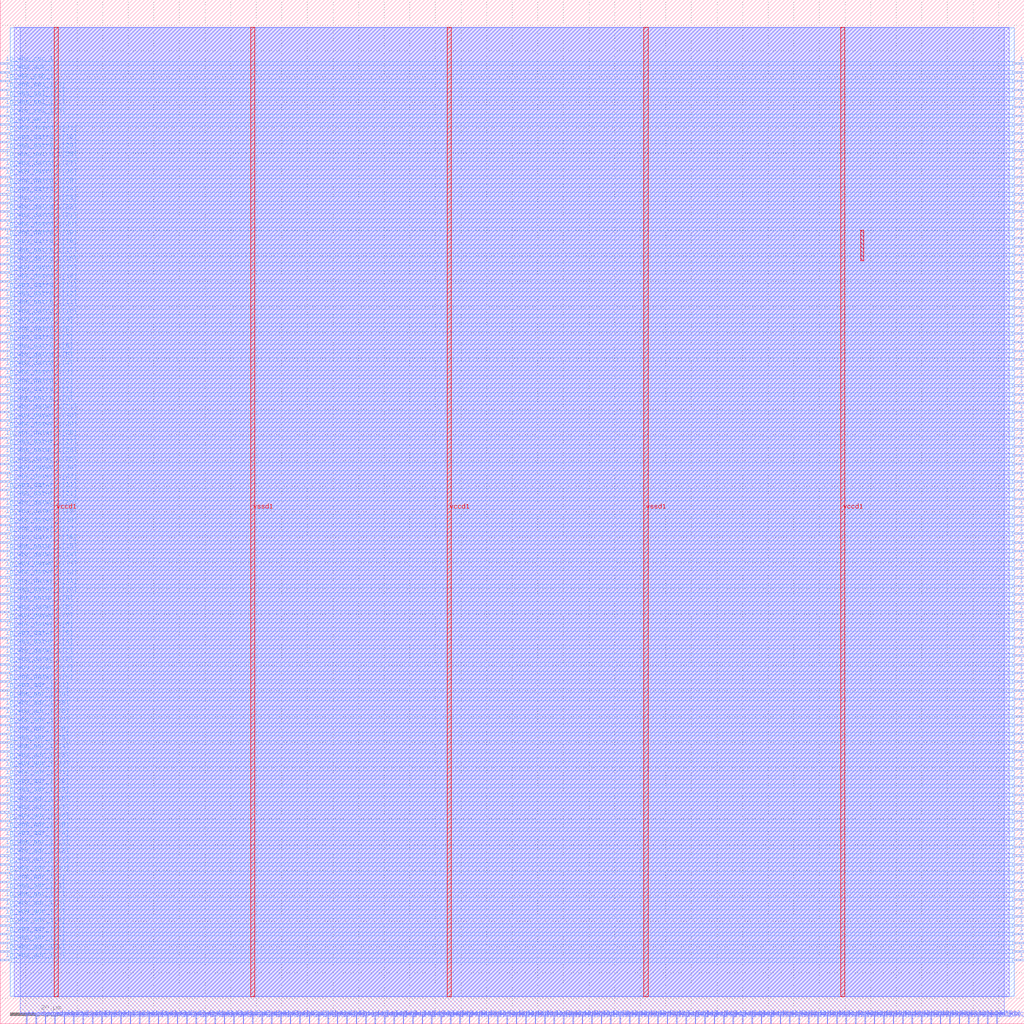
<source format=lef>
VERSION 5.7 ;
  NOWIREEXTENSIONATPIN ON ;
  DIVIDERCHAR "/" ;
  BUSBITCHARS "[]" ;
MACRO wb_mux
  CLASS BLOCK ;
  FOREIGN wb_mux ;
  ORIGIN 0.000 0.000 ;
  SIZE 400.000 BY 400.000 ;
  PIN io_wbs_ack
    DIRECTION OUTPUT TRISTATE ;
    USE SIGNAL ;
    PORT
      LAYER met2 ;
        RECT 385.570 0.000 385.850 4.000 ;
    END
  END io_wbs_ack
  PIN io_wbs_ack_0
    DIRECTION INPUT ;
    USE SIGNAL ;
    PORT
      LAYER met3 ;
        RECT 396.000 371.320 400.000 371.920 ;
    END
  END io_wbs_ack_0
  PIN io_wbs_ack_1
    DIRECTION INPUT ;
    USE SIGNAL ;
    PORT
      LAYER met3 ;
        RECT 0.000 371.320 4.000 371.920 ;
    END
  END io_wbs_ack_1
  PIN io_wbs_adr[0]
    DIRECTION INPUT ;
    USE SIGNAL ;
    PORT
      LAYER met2 ;
        RECT 10.210 0.000 10.490 4.000 ;
    END
  END io_wbs_adr[0]
  PIN io_wbs_adr[10]
    DIRECTION INPUT ;
    USE SIGNAL ;
    PORT
      LAYER met2 ;
        RECT 47.010 0.000 47.290 4.000 ;
    END
  END io_wbs_adr[10]
  PIN io_wbs_adr[11]
    DIRECTION INPUT ;
    USE SIGNAL ;
    PORT
      LAYER met2 ;
        RECT 50.690 0.000 50.970 4.000 ;
    END
  END io_wbs_adr[11]
  PIN io_wbs_adr[12]
    DIRECTION INPUT ;
    USE SIGNAL ;
    PORT
      LAYER met2 ;
        RECT 54.370 0.000 54.650 4.000 ;
    END
  END io_wbs_adr[12]
  PIN io_wbs_adr[13]
    DIRECTION INPUT ;
    USE SIGNAL ;
    PORT
      LAYER met2 ;
        RECT 58.050 0.000 58.330 4.000 ;
    END
  END io_wbs_adr[13]
  PIN io_wbs_adr[14]
    DIRECTION INPUT ;
    USE SIGNAL ;
    PORT
      LAYER met2 ;
        RECT 61.730 0.000 62.010 4.000 ;
    END
  END io_wbs_adr[14]
  PIN io_wbs_adr[15]
    DIRECTION INPUT ;
    USE SIGNAL ;
    PORT
      LAYER met2 ;
        RECT 65.410 0.000 65.690 4.000 ;
    END
  END io_wbs_adr[15]
  PIN io_wbs_adr[16]
    DIRECTION INPUT ;
    USE SIGNAL ;
    PORT
      LAYER met2 ;
        RECT 69.090 0.000 69.370 4.000 ;
    END
  END io_wbs_adr[16]
  PIN io_wbs_adr[17]
    DIRECTION INPUT ;
    USE SIGNAL ;
    PORT
      LAYER met2 ;
        RECT 72.770 0.000 73.050 4.000 ;
    END
  END io_wbs_adr[17]
  PIN io_wbs_adr[18]
    DIRECTION INPUT ;
    USE SIGNAL ;
    PORT
      LAYER met2 ;
        RECT 76.450 0.000 76.730 4.000 ;
    END
  END io_wbs_adr[18]
  PIN io_wbs_adr[19]
    DIRECTION INPUT ;
    USE SIGNAL ;
    PORT
      LAYER met2 ;
        RECT 80.130 0.000 80.410 4.000 ;
    END
  END io_wbs_adr[19]
  PIN io_wbs_adr[1]
    DIRECTION INPUT ;
    USE SIGNAL ;
    PORT
      LAYER met2 ;
        RECT 13.890 0.000 14.170 4.000 ;
    END
  END io_wbs_adr[1]
  PIN io_wbs_adr[20]
    DIRECTION INPUT ;
    USE SIGNAL ;
    PORT
      LAYER met2 ;
        RECT 83.810 0.000 84.090 4.000 ;
    END
  END io_wbs_adr[20]
  PIN io_wbs_adr[21]
    DIRECTION INPUT ;
    USE SIGNAL ;
    PORT
      LAYER met2 ;
        RECT 87.490 0.000 87.770 4.000 ;
    END
  END io_wbs_adr[21]
  PIN io_wbs_adr[22]
    DIRECTION INPUT ;
    USE SIGNAL ;
    PORT
      LAYER met2 ;
        RECT 91.170 0.000 91.450 4.000 ;
    END
  END io_wbs_adr[22]
  PIN io_wbs_adr[23]
    DIRECTION INPUT ;
    USE SIGNAL ;
    PORT
      LAYER met2 ;
        RECT 94.850 0.000 95.130 4.000 ;
    END
  END io_wbs_adr[23]
  PIN io_wbs_adr[24]
    DIRECTION INPUT ;
    USE SIGNAL ;
    PORT
      LAYER met2 ;
        RECT 98.530 0.000 98.810 4.000 ;
    END
  END io_wbs_adr[24]
  PIN io_wbs_adr[25]
    DIRECTION INPUT ;
    USE SIGNAL ;
    PORT
      LAYER met2 ;
        RECT 102.210 0.000 102.490 4.000 ;
    END
  END io_wbs_adr[25]
  PIN io_wbs_adr[26]
    DIRECTION INPUT ;
    USE SIGNAL ;
    PORT
      LAYER met2 ;
        RECT 105.890 0.000 106.170 4.000 ;
    END
  END io_wbs_adr[26]
  PIN io_wbs_adr[27]
    DIRECTION INPUT ;
    USE SIGNAL ;
    PORT
      LAYER met2 ;
        RECT 109.570 0.000 109.850 4.000 ;
    END
  END io_wbs_adr[27]
  PIN io_wbs_adr[28]
    DIRECTION INPUT ;
    USE SIGNAL ;
    PORT
      LAYER met2 ;
        RECT 113.250 0.000 113.530 4.000 ;
    END
  END io_wbs_adr[28]
  PIN io_wbs_adr[29]
    DIRECTION INPUT ;
    USE SIGNAL ;
    PORT
      LAYER met2 ;
        RECT 116.930 0.000 117.210 4.000 ;
    END
  END io_wbs_adr[29]
  PIN io_wbs_adr[2]
    DIRECTION INPUT ;
    USE SIGNAL ;
    PORT
      LAYER met2 ;
        RECT 17.570 0.000 17.850 4.000 ;
    END
  END io_wbs_adr[2]
  PIN io_wbs_adr[30]
    DIRECTION INPUT ;
    USE SIGNAL ;
    PORT
      LAYER met2 ;
        RECT 120.610 0.000 120.890 4.000 ;
    END
  END io_wbs_adr[30]
  PIN io_wbs_adr[31]
    DIRECTION INPUT ;
    USE SIGNAL ;
    PORT
      LAYER met2 ;
        RECT 124.290 0.000 124.570 4.000 ;
    END
  END io_wbs_adr[31]
  PIN io_wbs_adr[3]
    DIRECTION INPUT ;
    USE SIGNAL ;
    PORT
      LAYER met2 ;
        RECT 21.250 0.000 21.530 4.000 ;
    END
  END io_wbs_adr[3]
  PIN io_wbs_adr[4]
    DIRECTION INPUT ;
    USE SIGNAL ;
    PORT
      LAYER met2 ;
        RECT 24.930 0.000 25.210 4.000 ;
    END
  END io_wbs_adr[4]
  PIN io_wbs_adr[5]
    DIRECTION INPUT ;
    USE SIGNAL ;
    PORT
      LAYER met2 ;
        RECT 28.610 0.000 28.890 4.000 ;
    END
  END io_wbs_adr[5]
  PIN io_wbs_adr[6]
    DIRECTION INPUT ;
    USE SIGNAL ;
    PORT
      LAYER met2 ;
        RECT 32.290 0.000 32.570 4.000 ;
    END
  END io_wbs_adr[6]
  PIN io_wbs_adr[7]
    DIRECTION INPUT ;
    USE SIGNAL ;
    PORT
      LAYER met2 ;
        RECT 35.970 0.000 36.250 4.000 ;
    END
  END io_wbs_adr[7]
  PIN io_wbs_adr[8]
    DIRECTION INPUT ;
    USE SIGNAL ;
    PORT
      LAYER met2 ;
        RECT 39.650 0.000 39.930 4.000 ;
    END
  END io_wbs_adr[8]
  PIN io_wbs_adr[9]
    DIRECTION INPUT ;
    USE SIGNAL ;
    PORT
      LAYER met2 ;
        RECT 43.330 0.000 43.610 4.000 ;
    END
  END io_wbs_adr[9]
  PIN io_wbs_adr_0[0]
    DIRECTION OUTPUT TRISTATE ;
    USE SIGNAL ;
    PORT
      LAYER met3 ;
        RECT 396.000 24.520 400.000 25.120 ;
    END
  END io_wbs_adr_0[0]
  PIN io_wbs_adr_0[10]
    DIRECTION OUTPUT TRISTATE ;
    USE SIGNAL ;
    PORT
      LAYER met3 ;
        RECT 396.000 58.520 400.000 59.120 ;
    END
  END io_wbs_adr_0[10]
  PIN io_wbs_adr_0[11]
    DIRECTION OUTPUT TRISTATE ;
    USE SIGNAL ;
    PORT
      LAYER met3 ;
        RECT 396.000 61.920 400.000 62.520 ;
    END
  END io_wbs_adr_0[11]
  PIN io_wbs_adr_0[12]
    DIRECTION OUTPUT TRISTATE ;
    USE SIGNAL ;
    PORT
      LAYER met3 ;
        RECT 396.000 65.320 400.000 65.920 ;
    END
  END io_wbs_adr_0[12]
  PIN io_wbs_adr_0[13]
    DIRECTION OUTPUT TRISTATE ;
    USE SIGNAL ;
    PORT
      LAYER met3 ;
        RECT 396.000 68.720 400.000 69.320 ;
    END
  END io_wbs_adr_0[13]
  PIN io_wbs_adr_0[14]
    DIRECTION OUTPUT TRISTATE ;
    USE SIGNAL ;
    PORT
      LAYER met3 ;
        RECT 396.000 72.120 400.000 72.720 ;
    END
  END io_wbs_adr_0[14]
  PIN io_wbs_adr_0[15]
    DIRECTION OUTPUT TRISTATE ;
    USE SIGNAL ;
    PORT
      LAYER met3 ;
        RECT 396.000 75.520 400.000 76.120 ;
    END
  END io_wbs_adr_0[15]
  PIN io_wbs_adr_0[16]
    DIRECTION OUTPUT TRISTATE ;
    USE SIGNAL ;
    PORT
      LAYER met3 ;
        RECT 396.000 78.920 400.000 79.520 ;
    END
  END io_wbs_adr_0[16]
  PIN io_wbs_adr_0[17]
    DIRECTION OUTPUT TRISTATE ;
    USE SIGNAL ;
    PORT
      LAYER met3 ;
        RECT 396.000 82.320 400.000 82.920 ;
    END
  END io_wbs_adr_0[17]
  PIN io_wbs_adr_0[18]
    DIRECTION OUTPUT TRISTATE ;
    USE SIGNAL ;
    PORT
      LAYER met3 ;
        RECT 396.000 85.720 400.000 86.320 ;
    END
  END io_wbs_adr_0[18]
  PIN io_wbs_adr_0[19]
    DIRECTION OUTPUT TRISTATE ;
    USE SIGNAL ;
    PORT
      LAYER met3 ;
        RECT 396.000 89.120 400.000 89.720 ;
    END
  END io_wbs_adr_0[19]
  PIN io_wbs_adr_0[1]
    DIRECTION OUTPUT TRISTATE ;
    USE SIGNAL ;
    PORT
      LAYER met3 ;
        RECT 396.000 27.920 400.000 28.520 ;
    END
  END io_wbs_adr_0[1]
  PIN io_wbs_adr_0[20]
    DIRECTION OUTPUT TRISTATE ;
    USE SIGNAL ;
    PORT
      LAYER met3 ;
        RECT 396.000 92.520 400.000 93.120 ;
    END
  END io_wbs_adr_0[20]
  PIN io_wbs_adr_0[21]
    DIRECTION OUTPUT TRISTATE ;
    USE SIGNAL ;
    PORT
      LAYER met3 ;
        RECT 396.000 95.920 400.000 96.520 ;
    END
  END io_wbs_adr_0[21]
  PIN io_wbs_adr_0[22]
    DIRECTION OUTPUT TRISTATE ;
    USE SIGNAL ;
    PORT
      LAYER met3 ;
        RECT 396.000 99.320 400.000 99.920 ;
    END
  END io_wbs_adr_0[22]
  PIN io_wbs_adr_0[23]
    DIRECTION OUTPUT TRISTATE ;
    USE SIGNAL ;
    PORT
      LAYER met3 ;
        RECT 396.000 102.720 400.000 103.320 ;
    END
  END io_wbs_adr_0[23]
  PIN io_wbs_adr_0[24]
    DIRECTION OUTPUT TRISTATE ;
    USE SIGNAL ;
    PORT
      LAYER met3 ;
        RECT 396.000 106.120 400.000 106.720 ;
    END
  END io_wbs_adr_0[24]
  PIN io_wbs_adr_0[25]
    DIRECTION OUTPUT TRISTATE ;
    USE SIGNAL ;
    PORT
      LAYER met3 ;
        RECT 396.000 109.520 400.000 110.120 ;
    END
  END io_wbs_adr_0[25]
  PIN io_wbs_adr_0[26]
    DIRECTION OUTPUT TRISTATE ;
    USE SIGNAL ;
    PORT
      LAYER met3 ;
        RECT 396.000 112.920 400.000 113.520 ;
    END
  END io_wbs_adr_0[26]
  PIN io_wbs_adr_0[27]
    DIRECTION OUTPUT TRISTATE ;
    USE SIGNAL ;
    PORT
      LAYER met3 ;
        RECT 396.000 116.320 400.000 116.920 ;
    END
  END io_wbs_adr_0[27]
  PIN io_wbs_adr_0[28]
    DIRECTION OUTPUT TRISTATE ;
    USE SIGNAL ;
    PORT
      LAYER met3 ;
        RECT 396.000 119.720 400.000 120.320 ;
    END
  END io_wbs_adr_0[28]
  PIN io_wbs_adr_0[29]
    DIRECTION OUTPUT TRISTATE ;
    USE SIGNAL ;
    PORT
      LAYER met3 ;
        RECT 396.000 123.120 400.000 123.720 ;
    END
  END io_wbs_adr_0[29]
  PIN io_wbs_adr_0[2]
    DIRECTION OUTPUT TRISTATE ;
    USE SIGNAL ;
    PORT
      LAYER met3 ;
        RECT 396.000 31.320 400.000 31.920 ;
    END
  END io_wbs_adr_0[2]
  PIN io_wbs_adr_0[30]
    DIRECTION OUTPUT TRISTATE ;
    USE SIGNAL ;
    PORT
      LAYER met3 ;
        RECT 396.000 126.520 400.000 127.120 ;
    END
  END io_wbs_adr_0[30]
  PIN io_wbs_adr_0[31]
    DIRECTION OUTPUT TRISTATE ;
    USE SIGNAL ;
    PORT
      LAYER met3 ;
        RECT 396.000 129.920 400.000 130.520 ;
    END
  END io_wbs_adr_0[31]
  PIN io_wbs_adr_0[3]
    DIRECTION OUTPUT TRISTATE ;
    USE SIGNAL ;
    PORT
      LAYER met3 ;
        RECT 396.000 34.720 400.000 35.320 ;
    END
  END io_wbs_adr_0[3]
  PIN io_wbs_adr_0[4]
    DIRECTION OUTPUT TRISTATE ;
    USE SIGNAL ;
    PORT
      LAYER met3 ;
        RECT 396.000 38.120 400.000 38.720 ;
    END
  END io_wbs_adr_0[4]
  PIN io_wbs_adr_0[5]
    DIRECTION OUTPUT TRISTATE ;
    USE SIGNAL ;
    PORT
      LAYER met3 ;
        RECT 396.000 41.520 400.000 42.120 ;
    END
  END io_wbs_adr_0[5]
  PIN io_wbs_adr_0[6]
    DIRECTION OUTPUT TRISTATE ;
    USE SIGNAL ;
    PORT
      LAYER met3 ;
        RECT 396.000 44.920 400.000 45.520 ;
    END
  END io_wbs_adr_0[6]
  PIN io_wbs_adr_0[7]
    DIRECTION OUTPUT TRISTATE ;
    USE SIGNAL ;
    PORT
      LAYER met3 ;
        RECT 396.000 48.320 400.000 48.920 ;
    END
  END io_wbs_adr_0[7]
  PIN io_wbs_adr_0[8]
    DIRECTION OUTPUT TRISTATE ;
    USE SIGNAL ;
    PORT
      LAYER met3 ;
        RECT 396.000 51.720 400.000 52.320 ;
    END
  END io_wbs_adr_0[8]
  PIN io_wbs_adr_0[9]
    DIRECTION OUTPUT TRISTATE ;
    USE SIGNAL ;
    PORT
      LAYER met3 ;
        RECT 396.000 55.120 400.000 55.720 ;
    END
  END io_wbs_adr_0[9]
  PIN io_wbs_adr_1[0]
    DIRECTION OUTPUT TRISTATE ;
    USE SIGNAL ;
    PORT
      LAYER met3 ;
        RECT 0.000 24.520 4.000 25.120 ;
    END
  END io_wbs_adr_1[0]
  PIN io_wbs_adr_1[10]
    DIRECTION OUTPUT TRISTATE ;
    USE SIGNAL ;
    PORT
      LAYER met3 ;
        RECT 0.000 58.520 4.000 59.120 ;
    END
  END io_wbs_adr_1[10]
  PIN io_wbs_adr_1[11]
    DIRECTION OUTPUT TRISTATE ;
    USE SIGNAL ;
    PORT
      LAYER met3 ;
        RECT 0.000 61.920 4.000 62.520 ;
    END
  END io_wbs_adr_1[11]
  PIN io_wbs_adr_1[12]
    DIRECTION OUTPUT TRISTATE ;
    USE SIGNAL ;
    PORT
      LAYER met3 ;
        RECT 0.000 65.320 4.000 65.920 ;
    END
  END io_wbs_adr_1[12]
  PIN io_wbs_adr_1[13]
    DIRECTION OUTPUT TRISTATE ;
    USE SIGNAL ;
    PORT
      LAYER met3 ;
        RECT 0.000 68.720 4.000 69.320 ;
    END
  END io_wbs_adr_1[13]
  PIN io_wbs_adr_1[14]
    DIRECTION OUTPUT TRISTATE ;
    USE SIGNAL ;
    PORT
      LAYER met3 ;
        RECT 0.000 72.120 4.000 72.720 ;
    END
  END io_wbs_adr_1[14]
  PIN io_wbs_adr_1[15]
    DIRECTION OUTPUT TRISTATE ;
    USE SIGNAL ;
    PORT
      LAYER met3 ;
        RECT 0.000 75.520 4.000 76.120 ;
    END
  END io_wbs_adr_1[15]
  PIN io_wbs_adr_1[16]
    DIRECTION OUTPUT TRISTATE ;
    USE SIGNAL ;
    PORT
      LAYER met3 ;
        RECT 0.000 78.920 4.000 79.520 ;
    END
  END io_wbs_adr_1[16]
  PIN io_wbs_adr_1[17]
    DIRECTION OUTPUT TRISTATE ;
    USE SIGNAL ;
    PORT
      LAYER met3 ;
        RECT 0.000 82.320 4.000 82.920 ;
    END
  END io_wbs_adr_1[17]
  PIN io_wbs_adr_1[18]
    DIRECTION OUTPUT TRISTATE ;
    USE SIGNAL ;
    PORT
      LAYER met3 ;
        RECT 0.000 85.720 4.000 86.320 ;
    END
  END io_wbs_adr_1[18]
  PIN io_wbs_adr_1[19]
    DIRECTION OUTPUT TRISTATE ;
    USE SIGNAL ;
    PORT
      LAYER met3 ;
        RECT 0.000 89.120 4.000 89.720 ;
    END
  END io_wbs_adr_1[19]
  PIN io_wbs_adr_1[1]
    DIRECTION OUTPUT TRISTATE ;
    USE SIGNAL ;
    PORT
      LAYER met3 ;
        RECT 0.000 27.920 4.000 28.520 ;
    END
  END io_wbs_adr_1[1]
  PIN io_wbs_adr_1[20]
    DIRECTION OUTPUT TRISTATE ;
    USE SIGNAL ;
    PORT
      LAYER met3 ;
        RECT 0.000 92.520 4.000 93.120 ;
    END
  END io_wbs_adr_1[20]
  PIN io_wbs_adr_1[21]
    DIRECTION OUTPUT TRISTATE ;
    USE SIGNAL ;
    PORT
      LAYER met3 ;
        RECT 0.000 95.920 4.000 96.520 ;
    END
  END io_wbs_adr_1[21]
  PIN io_wbs_adr_1[22]
    DIRECTION OUTPUT TRISTATE ;
    USE SIGNAL ;
    PORT
      LAYER met3 ;
        RECT 0.000 99.320 4.000 99.920 ;
    END
  END io_wbs_adr_1[22]
  PIN io_wbs_adr_1[23]
    DIRECTION OUTPUT TRISTATE ;
    USE SIGNAL ;
    PORT
      LAYER met3 ;
        RECT 0.000 102.720 4.000 103.320 ;
    END
  END io_wbs_adr_1[23]
  PIN io_wbs_adr_1[24]
    DIRECTION OUTPUT TRISTATE ;
    USE SIGNAL ;
    PORT
      LAYER met3 ;
        RECT 0.000 106.120 4.000 106.720 ;
    END
  END io_wbs_adr_1[24]
  PIN io_wbs_adr_1[25]
    DIRECTION OUTPUT TRISTATE ;
    USE SIGNAL ;
    PORT
      LAYER met3 ;
        RECT 0.000 109.520 4.000 110.120 ;
    END
  END io_wbs_adr_1[25]
  PIN io_wbs_adr_1[26]
    DIRECTION OUTPUT TRISTATE ;
    USE SIGNAL ;
    PORT
      LAYER met3 ;
        RECT 0.000 112.920 4.000 113.520 ;
    END
  END io_wbs_adr_1[26]
  PIN io_wbs_adr_1[27]
    DIRECTION OUTPUT TRISTATE ;
    USE SIGNAL ;
    PORT
      LAYER met3 ;
        RECT 0.000 116.320 4.000 116.920 ;
    END
  END io_wbs_adr_1[27]
  PIN io_wbs_adr_1[28]
    DIRECTION OUTPUT TRISTATE ;
    USE SIGNAL ;
    PORT
      LAYER met3 ;
        RECT 0.000 119.720 4.000 120.320 ;
    END
  END io_wbs_adr_1[28]
  PIN io_wbs_adr_1[29]
    DIRECTION OUTPUT TRISTATE ;
    USE SIGNAL ;
    PORT
      LAYER met3 ;
        RECT 0.000 123.120 4.000 123.720 ;
    END
  END io_wbs_adr_1[29]
  PIN io_wbs_adr_1[2]
    DIRECTION OUTPUT TRISTATE ;
    USE SIGNAL ;
    PORT
      LAYER met3 ;
        RECT 0.000 31.320 4.000 31.920 ;
    END
  END io_wbs_adr_1[2]
  PIN io_wbs_adr_1[30]
    DIRECTION OUTPUT TRISTATE ;
    USE SIGNAL ;
    PORT
      LAYER met3 ;
        RECT 0.000 126.520 4.000 127.120 ;
    END
  END io_wbs_adr_1[30]
  PIN io_wbs_adr_1[31]
    DIRECTION OUTPUT TRISTATE ;
    USE SIGNAL ;
    PORT
      LAYER met3 ;
        RECT 0.000 129.920 4.000 130.520 ;
    END
  END io_wbs_adr_1[31]
  PIN io_wbs_adr_1[3]
    DIRECTION OUTPUT TRISTATE ;
    USE SIGNAL ;
    PORT
      LAYER met3 ;
        RECT 0.000 34.720 4.000 35.320 ;
    END
  END io_wbs_adr_1[3]
  PIN io_wbs_adr_1[4]
    DIRECTION OUTPUT TRISTATE ;
    USE SIGNAL ;
    PORT
      LAYER met3 ;
        RECT 0.000 38.120 4.000 38.720 ;
    END
  END io_wbs_adr_1[4]
  PIN io_wbs_adr_1[5]
    DIRECTION OUTPUT TRISTATE ;
    USE SIGNAL ;
    PORT
      LAYER met3 ;
        RECT 0.000 41.520 4.000 42.120 ;
    END
  END io_wbs_adr_1[5]
  PIN io_wbs_adr_1[6]
    DIRECTION OUTPUT TRISTATE ;
    USE SIGNAL ;
    PORT
      LAYER met3 ;
        RECT 0.000 44.920 4.000 45.520 ;
    END
  END io_wbs_adr_1[6]
  PIN io_wbs_adr_1[7]
    DIRECTION OUTPUT TRISTATE ;
    USE SIGNAL ;
    PORT
      LAYER met3 ;
        RECT 0.000 48.320 4.000 48.920 ;
    END
  END io_wbs_adr_1[7]
  PIN io_wbs_adr_1[8]
    DIRECTION OUTPUT TRISTATE ;
    USE SIGNAL ;
    PORT
      LAYER met3 ;
        RECT 0.000 51.720 4.000 52.320 ;
    END
  END io_wbs_adr_1[8]
  PIN io_wbs_adr_1[9]
    DIRECTION OUTPUT TRISTATE ;
    USE SIGNAL ;
    PORT
      LAYER met3 ;
        RECT 0.000 55.120 4.000 55.720 ;
    END
  END io_wbs_adr_1[9]
  PIN io_wbs_cyc
    DIRECTION INPUT ;
    USE SIGNAL ;
    PORT
      LAYER met2 ;
        RECT 389.250 0.000 389.530 4.000 ;
    END
  END io_wbs_cyc
  PIN io_wbs_cyc_0
    DIRECTION OUTPUT TRISTATE ;
    USE SIGNAL ;
    PORT
      LAYER met3 ;
        RECT 396.000 374.720 400.000 375.320 ;
    END
  END io_wbs_cyc_0
  PIN io_wbs_cyc_1
    DIRECTION OUTPUT TRISTATE ;
    USE SIGNAL ;
    PORT
      LAYER met3 ;
        RECT 0.000 374.720 4.000 375.320 ;
    END
  END io_wbs_cyc_1
  PIN io_wbs_datrd[0]
    DIRECTION OUTPUT TRISTATE ;
    USE SIGNAL ;
    PORT
      LAYER met2 ;
        RECT 245.730 0.000 246.010 4.000 ;
    END
  END io_wbs_datrd[0]
  PIN io_wbs_datrd[10]
    DIRECTION OUTPUT TRISTATE ;
    USE SIGNAL ;
    PORT
      LAYER met2 ;
        RECT 282.530 0.000 282.810 4.000 ;
    END
  END io_wbs_datrd[10]
  PIN io_wbs_datrd[11]
    DIRECTION OUTPUT TRISTATE ;
    USE SIGNAL ;
    PORT
      LAYER met2 ;
        RECT 286.210 0.000 286.490 4.000 ;
    END
  END io_wbs_datrd[11]
  PIN io_wbs_datrd[12]
    DIRECTION OUTPUT TRISTATE ;
    USE SIGNAL ;
    PORT
      LAYER met2 ;
        RECT 289.890 0.000 290.170 4.000 ;
    END
  END io_wbs_datrd[12]
  PIN io_wbs_datrd[13]
    DIRECTION OUTPUT TRISTATE ;
    USE SIGNAL ;
    PORT
      LAYER met2 ;
        RECT 293.570 0.000 293.850 4.000 ;
    END
  END io_wbs_datrd[13]
  PIN io_wbs_datrd[14]
    DIRECTION OUTPUT TRISTATE ;
    USE SIGNAL ;
    PORT
      LAYER met2 ;
        RECT 297.250 0.000 297.530 4.000 ;
    END
  END io_wbs_datrd[14]
  PIN io_wbs_datrd[15]
    DIRECTION OUTPUT TRISTATE ;
    USE SIGNAL ;
    PORT
      LAYER met2 ;
        RECT 300.930 0.000 301.210 4.000 ;
    END
  END io_wbs_datrd[15]
  PIN io_wbs_datrd[16]
    DIRECTION OUTPUT TRISTATE ;
    USE SIGNAL ;
    PORT
      LAYER met2 ;
        RECT 304.610 0.000 304.890 4.000 ;
    END
  END io_wbs_datrd[16]
  PIN io_wbs_datrd[17]
    DIRECTION OUTPUT TRISTATE ;
    USE SIGNAL ;
    PORT
      LAYER met2 ;
        RECT 308.290 0.000 308.570 4.000 ;
    END
  END io_wbs_datrd[17]
  PIN io_wbs_datrd[18]
    DIRECTION OUTPUT TRISTATE ;
    USE SIGNAL ;
    PORT
      LAYER met2 ;
        RECT 311.970 0.000 312.250 4.000 ;
    END
  END io_wbs_datrd[18]
  PIN io_wbs_datrd[19]
    DIRECTION OUTPUT TRISTATE ;
    USE SIGNAL ;
    PORT
      LAYER met2 ;
        RECT 315.650 0.000 315.930 4.000 ;
    END
  END io_wbs_datrd[19]
  PIN io_wbs_datrd[1]
    DIRECTION OUTPUT TRISTATE ;
    USE SIGNAL ;
    PORT
      LAYER met2 ;
        RECT 249.410 0.000 249.690 4.000 ;
    END
  END io_wbs_datrd[1]
  PIN io_wbs_datrd[20]
    DIRECTION OUTPUT TRISTATE ;
    USE SIGNAL ;
    PORT
      LAYER met2 ;
        RECT 319.330 0.000 319.610 4.000 ;
    END
  END io_wbs_datrd[20]
  PIN io_wbs_datrd[21]
    DIRECTION OUTPUT TRISTATE ;
    USE SIGNAL ;
    PORT
      LAYER met2 ;
        RECT 323.010 0.000 323.290 4.000 ;
    END
  END io_wbs_datrd[21]
  PIN io_wbs_datrd[22]
    DIRECTION OUTPUT TRISTATE ;
    USE SIGNAL ;
    PORT
      LAYER met2 ;
        RECT 326.690 0.000 326.970 4.000 ;
    END
  END io_wbs_datrd[22]
  PIN io_wbs_datrd[23]
    DIRECTION OUTPUT TRISTATE ;
    USE SIGNAL ;
    PORT
      LAYER met2 ;
        RECT 330.370 0.000 330.650 4.000 ;
    END
  END io_wbs_datrd[23]
  PIN io_wbs_datrd[24]
    DIRECTION OUTPUT TRISTATE ;
    USE SIGNAL ;
    PORT
      LAYER met2 ;
        RECT 334.050 0.000 334.330 4.000 ;
    END
  END io_wbs_datrd[24]
  PIN io_wbs_datrd[25]
    DIRECTION OUTPUT TRISTATE ;
    USE SIGNAL ;
    PORT
      LAYER met2 ;
        RECT 337.730 0.000 338.010 4.000 ;
    END
  END io_wbs_datrd[25]
  PIN io_wbs_datrd[26]
    DIRECTION OUTPUT TRISTATE ;
    USE SIGNAL ;
    PORT
      LAYER met2 ;
        RECT 341.410 0.000 341.690 4.000 ;
    END
  END io_wbs_datrd[26]
  PIN io_wbs_datrd[27]
    DIRECTION OUTPUT TRISTATE ;
    USE SIGNAL ;
    PORT
      LAYER met2 ;
        RECT 345.090 0.000 345.370 4.000 ;
    END
  END io_wbs_datrd[27]
  PIN io_wbs_datrd[28]
    DIRECTION OUTPUT TRISTATE ;
    USE SIGNAL ;
    PORT
      LAYER met2 ;
        RECT 348.770 0.000 349.050 4.000 ;
    END
  END io_wbs_datrd[28]
  PIN io_wbs_datrd[29]
    DIRECTION OUTPUT TRISTATE ;
    USE SIGNAL ;
    PORT
      LAYER met2 ;
        RECT 352.450 0.000 352.730 4.000 ;
    END
  END io_wbs_datrd[29]
  PIN io_wbs_datrd[2]
    DIRECTION OUTPUT TRISTATE ;
    USE SIGNAL ;
    PORT
      LAYER met2 ;
        RECT 253.090 0.000 253.370 4.000 ;
    END
  END io_wbs_datrd[2]
  PIN io_wbs_datrd[30]
    DIRECTION OUTPUT TRISTATE ;
    USE SIGNAL ;
    PORT
      LAYER met2 ;
        RECT 356.130 0.000 356.410 4.000 ;
    END
  END io_wbs_datrd[30]
  PIN io_wbs_datrd[31]
    DIRECTION OUTPUT TRISTATE ;
    USE SIGNAL ;
    PORT
      LAYER met2 ;
        RECT 359.810 0.000 360.090 4.000 ;
    END
  END io_wbs_datrd[31]
  PIN io_wbs_datrd[3]
    DIRECTION OUTPUT TRISTATE ;
    USE SIGNAL ;
    PORT
      LAYER met2 ;
        RECT 256.770 0.000 257.050 4.000 ;
    END
  END io_wbs_datrd[3]
  PIN io_wbs_datrd[4]
    DIRECTION OUTPUT TRISTATE ;
    USE SIGNAL ;
    PORT
      LAYER met2 ;
        RECT 260.450 0.000 260.730 4.000 ;
    END
  END io_wbs_datrd[4]
  PIN io_wbs_datrd[5]
    DIRECTION OUTPUT TRISTATE ;
    USE SIGNAL ;
    PORT
      LAYER met2 ;
        RECT 264.130 0.000 264.410 4.000 ;
    END
  END io_wbs_datrd[5]
  PIN io_wbs_datrd[6]
    DIRECTION OUTPUT TRISTATE ;
    USE SIGNAL ;
    PORT
      LAYER met2 ;
        RECT 267.810 0.000 268.090 4.000 ;
    END
  END io_wbs_datrd[6]
  PIN io_wbs_datrd[7]
    DIRECTION OUTPUT TRISTATE ;
    USE SIGNAL ;
    PORT
      LAYER met2 ;
        RECT 271.490 0.000 271.770 4.000 ;
    END
  END io_wbs_datrd[7]
  PIN io_wbs_datrd[8]
    DIRECTION OUTPUT TRISTATE ;
    USE SIGNAL ;
    PORT
      LAYER met2 ;
        RECT 275.170 0.000 275.450 4.000 ;
    END
  END io_wbs_datrd[8]
  PIN io_wbs_datrd[9]
    DIRECTION OUTPUT TRISTATE ;
    USE SIGNAL ;
    PORT
      LAYER met2 ;
        RECT 278.850 0.000 279.130 4.000 ;
    END
  END io_wbs_datrd[9]
  PIN io_wbs_datrd_0[0]
    DIRECTION INPUT ;
    USE SIGNAL ;
    PORT
      LAYER met3 ;
        RECT 396.000 242.120 400.000 242.720 ;
    END
  END io_wbs_datrd_0[0]
  PIN io_wbs_datrd_0[10]
    DIRECTION INPUT ;
    USE SIGNAL ;
    PORT
      LAYER met3 ;
        RECT 396.000 276.120 400.000 276.720 ;
    END
  END io_wbs_datrd_0[10]
  PIN io_wbs_datrd_0[11]
    DIRECTION INPUT ;
    USE SIGNAL ;
    PORT
      LAYER met3 ;
        RECT 396.000 279.520 400.000 280.120 ;
    END
  END io_wbs_datrd_0[11]
  PIN io_wbs_datrd_0[12]
    DIRECTION INPUT ;
    USE SIGNAL ;
    PORT
      LAYER met3 ;
        RECT 396.000 282.920 400.000 283.520 ;
    END
  END io_wbs_datrd_0[12]
  PIN io_wbs_datrd_0[13]
    DIRECTION INPUT ;
    USE SIGNAL ;
    PORT
      LAYER met3 ;
        RECT 396.000 286.320 400.000 286.920 ;
    END
  END io_wbs_datrd_0[13]
  PIN io_wbs_datrd_0[14]
    DIRECTION INPUT ;
    USE SIGNAL ;
    PORT
      LAYER met3 ;
        RECT 396.000 289.720 400.000 290.320 ;
    END
  END io_wbs_datrd_0[14]
  PIN io_wbs_datrd_0[15]
    DIRECTION INPUT ;
    USE SIGNAL ;
    PORT
      LAYER met3 ;
        RECT 396.000 293.120 400.000 293.720 ;
    END
  END io_wbs_datrd_0[15]
  PIN io_wbs_datrd_0[16]
    DIRECTION INPUT ;
    USE SIGNAL ;
    PORT
      LAYER met3 ;
        RECT 396.000 296.520 400.000 297.120 ;
    END
  END io_wbs_datrd_0[16]
  PIN io_wbs_datrd_0[17]
    DIRECTION INPUT ;
    USE SIGNAL ;
    PORT
      LAYER met3 ;
        RECT 396.000 299.920 400.000 300.520 ;
    END
  END io_wbs_datrd_0[17]
  PIN io_wbs_datrd_0[18]
    DIRECTION INPUT ;
    USE SIGNAL ;
    PORT
      LAYER met3 ;
        RECT 396.000 303.320 400.000 303.920 ;
    END
  END io_wbs_datrd_0[18]
  PIN io_wbs_datrd_0[19]
    DIRECTION INPUT ;
    USE SIGNAL ;
    PORT
      LAYER met3 ;
        RECT 396.000 306.720 400.000 307.320 ;
    END
  END io_wbs_datrd_0[19]
  PIN io_wbs_datrd_0[1]
    DIRECTION INPUT ;
    USE SIGNAL ;
    PORT
      LAYER met3 ;
        RECT 396.000 245.520 400.000 246.120 ;
    END
  END io_wbs_datrd_0[1]
  PIN io_wbs_datrd_0[20]
    DIRECTION INPUT ;
    USE SIGNAL ;
    PORT
      LAYER met3 ;
        RECT 396.000 310.120 400.000 310.720 ;
    END
  END io_wbs_datrd_0[20]
  PIN io_wbs_datrd_0[21]
    DIRECTION INPUT ;
    USE SIGNAL ;
    PORT
      LAYER met3 ;
        RECT 396.000 313.520 400.000 314.120 ;
    END
  END io_wbs_datrd_0[21]
  PIN io_wbs_datrd_0[22]
    DIRECTION INPUT ;
    USE SIGNAL ;
    PORT
      LAYER met3 ;
        RECT 396.000 316.920 400.000 317.520 ;
    END
  END io_wbs_datrd_0[22]
  PIN io_wbs_datrd_0[23]
    DIRECTION INPUT ;
    USE SIGNAL ;
    PORT
      LAYER met3 ;
        RECT 396.000 320.320 400.000 320.920 ;
    END
  END io_wbs_datrd_0[23]
  PIN io_wbs_datrd_0[24]
    DIRECTION INPUT ;
    USE SIGNAL ;
    PORT
      LAYER met3 ;
        RECT 396.000 323.720 400.000 324.320 ;
    END
  END io_wbs_datrd_0[24]
  PIN io_wbs_datrd_0[25]
    DIRECTION INPUT ;
    USE SIGNAL ;
    PORT
      LAYER met3 ;
        RECT 396.000 327.120 400.000 327.720 ;
    END
  END io_wbs_datrd_0[25]
  PIN io_wbs_datrd_0[26]
    DIRECTION INPUT ;
    USE SIGNAL ;
    PORT
      LAYER met3 ;
        RECT 396.000 330.520 400.000 331.120 ;
    END
  END io_wbs_datrd_0[26]
  PIN io_wbs_datrd_0[27]
    DIRECTION INPUT ;
    USE SIGNAL ;
    PORT
      LAYER met3 ;
        RECT 396.000 333.920 400.000 334.520 ;
    END
  END io_wbs_datrd_0[27]
  PIN io_wbs_datrd_0[28]
    DIRECTION INPUT ;
    USE SIGNAL ;
    PORT
      LAYER met3 ;
        RECT 396.000 337.320 400.000 337.920 ;
    END
  END io_wbs_datrd_0[28]
  PIN io_wbs_datrd_0[29]
    DIRECTION INPUT ;
    USE SIGNAL ;
    PORT
      LAYER met3 ;
        RECT 396.000 340.720 400.000 341.320 ;
    END
  END io_wbs_datrd_0[29]
  PIN io_wbs_datrd_0[2]
    DIRECTION INPUT ;
    USE SIGNAL ;
    PORT
      LAYER met3 ;
        RECT 396.000 248.920 400.000 249.520 ;
    END
  END io_wbs_datrd_0[2]
  PIN io_wbs_datrd_0[30]
    DIRECTION INPUT ;
    USE SIGNAL ;
    PORT
      LAYER met3 ;
        RECT 396.000 344.120 400.000 344.720 ;
    END
  END io_wbs_datrd_0[30]
  PIN io_wbs_datrd_0[31]
    DIRECTION INPUT ;
    USE SIGNAL ;
    PORT
      LAYER met3 ;
        RECT 396.000 347.520 400.000 348.120 ;
    END
  END io_wbs_datrd_0[31]
  PIN io_wbs_datrd_0[3]
    DIRECTION INPUT ;
    USE SIGNAL ;
    PORT
      LAYER met3 ;
        RECT 396.000 252.320 400.000 252.920 ;
    END
  END io_wbs_datrd_0[3]
  PIN io_wbs_datrd_0[4]
    DIRECTION INPUT ;
    USE SIGNAL ;
    PORT
      LAYER met3 ;
        RECT 396.000 255.720 400.000 256.320 ;
    END
  END io_wbs_datrd_0[4]
  PIN io_wbs_datrd_0[5]
    DIRECTION INPUT ;
    USE SIGNAL ;
    PORT
      LAYER met3 ;
        RECT 396.000 259.120 400.000 259.720 ;
    END
  END io_wbs_datrd_0[5]
  PIN io_wbs_datrd_0[6]
    DIRECTION INPUT ;
    USE SIGNAL ;
    PORT
      LAYER met3 ;
        RECT 396.000 262.520 400.000 263.120 ;
    END
  END io_wbs_datrd_0[6]
  PIN io_wbs_datrd_0[7]
    DIRECTION INPUT ;
    USE SIGNAL ;
    PORT
      LAYER met3 ;
        RECT 396.000 265.920 400.000 266.520 ;
    END
  END io_wbs_datrd_0[7]
  PIN io_wbs_datrd_0[8]
    DIRECTION INPUT ;
    USE SIGNAL ;
    PORT
      LAYER met3 ;
        RECT 396.000 269.320 400.000 269.920 ;
    END
  END io_wbs_datrd_0[8]
  PIN io_wbs_datrd_0[9]
    DIRECTION INPUT ;
    USE SIGNAL ;
    PORT
      LAYER met3 ;
        RECT 396.000 272.720 400.000 273.320 ;
    END
  END io_wbs_datrd_0[9]
  PIN io_wbs_datrd_1[0]
    DIRECTION INPUT ;
    USE SIGNAL ;
    PORT
      LAYER met3 ;
        RECT 0.000 242.120 4.000 242.720 ;
    END
  END io_wbs_datrd_1[0]
  PIN io_wbs_datrd_1[10]
    DIRECTION INPUT ;
    USE SIGNAL ;
    PORT
      LAYER met3 ;
        RECT 0.000 276.120 4.000 276.720 ;
    END
  END io_wbs_datrd_1[10]
  PIN io_wbs_datrd_1[11]
    DIRECTION INPUT ;
    USE SIGNAL ;
    PORT
      LAYER met3 ;
        RECT 0.000 279.520 4.000 280.120 ;
    END
  END io_wbs_datrd_1[11]
  PIN io_wbs_datrd_1[12]
    DIRECTION INPUT ;
    USE SIGNAL ;
    PORT
      LAYER met3 ;
        RECT 0.000 282.920 4.000 283.520 ;
    END
  END io_wbs_datrd_1[12]
  PIN io_wbs_datrd_1[13]
    DIRECTION INPUT ;
    USE SIGNAL ;
    PORT
      LAYER met3 ;
        RECT 0.000 286.320 4.000 286.920 ;
    END
  END io_wbs_datrd_1[13]
  PIN io_wbs_datrd_1[14]
    DIRECTION INPUT ;
    USE SIGNAL ;
    PORT
      LAYER met3 ;
        RECT 0.000 289.720 4.000 290.320 ;
    END
  END io_wbs_datrd_1[14]
  PIN io_wbs_datrd_1[15]
    DIRECTION INPUT ;
    USE SIGNAL ;
    PORT
      LAYER met3 ;
        RECT 0.000 293.120 4.000 293.720 ;
    END
  END io_wbs_datrd_1[15]
  PIN io_wbs_datrd_1[16]
    DIRECTION INPUT ;
    USE SIGNAL ;
    PORT
      LAYER met3 ;
        RECT 0.000 296.520 4.000 297.120 ;
    END
  END io_wbs_datrd_1[16]
  PIN io_wbs_datrd_1[17]
    DIRECTION INPUT ;
    USE SIGNAL ;
    PORT
      LAYER met3 ;
        RECT 0.000 299.920 4.000 300.520 ;
    END
  END io_wbs_datrd_1[17]
  PIN io_wbs_datrd_1[18]
    DIRECTION INPUT ;
    USE SIGNAL ;
    PORT
      LAYER met3 ;
        RECT 0.000 303.320 4.000 303.920 ;
    END
  END io_wbs_datrd_1[18]
  PIN io_wbs_datrd_1[19]
    DIRECTION INPUT ;
    USE SIGNAL ;
    PORT
      LAYER met3 ;
        RECT 0.000 306.720 4.000 307.320 ;
    END
  END io_wbs_datrd_1[19]
  PIN io_wbs_datrd_1[1]
    DIRECTION INPUT ;
    USE SIGNAL ;
    PORT
      LAYER met3 ;
        RECT 0.000 245.520 4.000 246.120 ;
    END
  END io_wbs_datrd_1[1]
  PIN io_wbs_datrd_1[20]
    DIRECTION INPUT ;
    USE SIGNAL ;
    PORT
      LAYER met3 ;
        RECT 0.000 310.120 4.000 310.720 ;
    END
  END io_wbs_datrd_1[20]
  PIN io_wbs_datrd_1[21]
    DIRECTION INPUT ;
    USE SIGNAL ;
    PORT
      LAYER met3 ;
        RECT 0.000 313.520 4.000 314.120 ;
    END
  END io_wbs_datrd_1[21]
  PIN io_wbs_datrd_1[22]
    DIRECTION INPUT ;
    USE SIGNAL ;
    PORT
      LAYER met3 ;
        RECT 0.000 316.920 4.000 317.520 ;
    END
  END io_wbs_datrd_1[22]
  PIN io_wbs_datrd_1[23]
    DIRECTION INPUT ;
    USE SIGNAL ;
    PORT
      LAYER met3 ;
        RECT 0.000 320.320 4.000 320.920 ;
    END
  END io_wbs_datrd_1[23]
  PIN io_wbs_datrd_1[24]
    DIRECTION INPUT ;
    USE SIGNAL ;
    PORT
      LAYER met3 ;
        RECT 0.000 323.720 4.000 324.320 ;
    END
  END io_wbs_datrd_1[24]
  PIN io_wbs_datrd_1[25]
    DIRECTION INPUT ;
    USE SIGNAL ;
    PORT
      LAYER met3 ;
        RECT 0.000 327.120 4.000 327.720 ;
    END
  END io_wbs_datrd_1[25]
  PIN io_wbs_datrd_1[26]
    DIRECTION INPUT ;
    USE SIGNAL ;
    PORT
      LAYER met3 ;
        RECT 0.000 330.520 4.000 331.120 ;
    END
  END io_wbs_datrd_1[26]
  PIN io_wbs_datrd_1[27]
    DIRECTION INPUT ;
    USE SIGNAL ;
    PORT
      LAYER met3 ;
        RECT 0.000 333.920 4.000 334.520 ;
    END
  END io_wbs_datrd_1[27]
  PIN io_wbs_datrd_1[28]
    DIRECTION INPUT ;
    USE SIGNAL ;
    PORT
      LAYER met3 ;
        RECT 0.000 337.320 4.000 337.920 ;
    END
  END io_wbs_datrd_1[28]
  PIN io_wbs_datrd_1[29]
    DIRECTION INPUT ;
    USE SIGNAL ;
    PORT
      LAYER met3 ;
        RECT 0.000 340.720 4.000 341.320 ;
    END
  END io_wbs_datrd_1[29]
  PIN io_wbs_datrd_1[2]
    DIRECTION INPUT ;
    USE SIGNAL ;
    PORT
      LAYER met3 ;
        RECT 0.000 248.920 4.000 249.520 ;
    END
  END io_wbs_datrd_1[2]
  PIN io_wbs_datrd_1[30]
    DIRECTION INPUT ;
    USE SIGNAL ;
    PORT
      LAYER met3 ;
        RECT 0.000 344.120 4.000 344.720 ;
    END
  END io_wbs_datrd_1[30]
  PIN io_wbs_datrd_1[31]
    DIRECTION INPUT ;
    USE SIGNAL ;
    PORT
      LAYER met3 ;
        RECT 0.000 347.520 4.000 348.120 ;
    END
  END io_wbs_datrd_1[31]
  PIN io_wbs_datrd_1[3]
    DIRECTION INPUT ;
    USE SIGNAL ;
    PORT
      LAYER met3 ;
        RECT 0.000 252.320 4.000 252.920 ;
    END
  END io_wbs_datrd_1[3]
  PIN io_wbs_datrd_1[4]
    DIRECTION INPUT ;
    USE SIGNAL ;
    PORT
      LAYER met3 ;
        RECT 0.000 255.720 4.000 256.320 ;
    END
  END io_wbs_datrd_1[4]
  PIN io_wbs_datrd_1[5]
    DIRECTION INPUT ;
    USE SIGNAL ;
    PORT
      LAYER met3 ;
        RECT 0.000 259.120 4.000 259.720 ;
    END
  END io_wbs_datrd_1[5]
  PIN io_wbs_datrd_1[6]
    DIRECTION INPUT ;
    USE SIGNAL ;
    PORT
      LAYER met3 ;
        RECT 0.000 262.520 4.000 263.120 ;
    END
  END io_wbs_datrd_1[6]
  PIN io_wbs_datrd_1[7]
    DIRECTION INPUT ;
    USE SIGNAL ;
    PORT
      LAYER met3 ;
        RECT 0.000 265.920 4.000 266.520 ;
    END
  END io_wbs_datrd_1[7]
  PIN io_wbs_datrd_1[8]
    DIRECTION INPUT ;
    USE SIGNAL ;
    PORT
      LAYER met3 ;
        RECT 0.000 269.320 4.000 269.920 ;
    END
  END io_wbs_datrd_1[8]
  PIN io_wbs_datrd_1[9]
    DIRECTION INPUT ;
    USE SIGNAL ;
    PORT
      LAYER met3 ;
        RECT 0.000 272.720 4.000 273.320 ;
    END
  END io_wbs_datrd_1[9]
  PIN io_wbs_datwr[0]
    DIRECTION INPUT ;
    USE SIGNAL ;
    PORT
      LAYER met2 ;
        RECT 127.970 0.000 128.250 4.000 ;
    END
  END io_wbs_datwr[0]
  PIN io_wbs_datwr[10]
    DIRECTION INPUT ;
    USE SIGNAL ;
    PORT
      LAYER met2 ;
        RECT 164.770 0.000 165.050 4.000 ;
    END
  END io_wbs_datwr[10]
  PIN io_wbs_datwr[11]
    DIRECTION INPUT ;
    USE SIGNAL ;
    PORT
      LAYER met2 ;
        RECT 168.450 0.000 168.730 4.000 ;
    END
  END io_wbs_datwr[11]
  PIN io_wbs_datwr[12]
    DIRECTION INPUT ;
    USE SIGNAL ;
    PORT
      LAYER met2 ;
        RECT 172.130 0.000 172.410 4.000 ;
    END
  END io_wbs_datwr[12]
  PIN io_wbs_datwr[13]
    DIRECTION INPUT ;
    USE SIGNAL ;
    PORT
      LAYER met2 ;
        RECT 175.810 0.000 176.090 4.000 ;
    END
  END io_wbs_datwr[13]
  PIN io_wbs_datwr[14]
    DIRECTION INPUT ;
    USE SIGNAL ;
    PORT
      LAYER met2 ;
        RECT 179.490 0.000 179.770 4.000 ;
    END
  END io_wbs_datwr[14]
  PIN io_wbs_datwr[15]
    DIRECTION INPUT ;
    USE SIGNAL ;
    PORT
      LAYER met2 ;
        RECT 183.170 0.000 183.450 4.000 ;
    END
  END io_wbs_datwr[15]
  PIN io_wbs_datwr[16]
    DIRECTION INPUT ;
    USE SIGNAL ;
    PORT
      LAYER met2 ;
        RECT 186.850 0.000 187.130 4.000 ;
    END
  END io_wbs_datwr[16]
  PIN io_wbs_datwr[17]
    DIRECTION INPUT ;
    USE SIGNAL ;
    PORT
      LAYER met2 ;
        RECT 190.530 0.000 190.810 4.000 ;
    END
  END io_wbs_datwr[17]
  PIN io_wbs_datwr[18]
    DIRECTION INPUT ;
    USE SIGNAL ;
    PORT
      LAYER met2 ;
        RECT 194.210 0.000 194.490 4.000 ;
    END
  END io_wbs_datwr[18]
  PIN io_wbs_datwr[19]
    DIRECTION INPUT ;
    USE SIGNAL ;
    PORT
      LAYER met2 ;
        RECT 197.890 0.000 198.170 4.000 ;
    END
  END io_wbs_datwr[19]
  PIN io_wbs_datwr[1]
    DIRECTION INPUT ;
    USE SIGNAL ;
    PORT
      LAYER met2 ;
        RECT 131.650 0.000 131.930 4.000 ;
    END
  END io_wbs_datwr[1]
  PIN io_wbs_datwr[20]
    DIRECTION INPUT ;
    USE SIGNAL ;
    PORT
      LAYER met2 ;
        RECT 201.570 0.000 201.850 4.000 ;
    END
  END io_wbs_datwr[20]
  PIN io_wbs_datwr[21]
    DIRECTION INPUT ;
    USE SIGNAL ;
    PORT
      LAYER met2 ;
        RECT 205.250 0.000 205.530 4.000 ;
    END
  END io_wbs_datwr[21]
  PIN io_wbs_datwr[22]
    DIRECTION INPUT ;
    USE SIGNAL ;
    PORT
      LAYER met2 ;
        RECT 208.930 0.000 209.210 4.000 ;
    END
  END io_wbs_datwr[22]
  PIN io_wbs_datwr[23]
    DIRECTION INPUT ;
    USE SIGNAL ;
    PORT
      LAYER met2 ;
        RECT 212.610 0.000 212.890 4.000 ;
    END
  END io_wbs_datwr[23]
  PIN io_wbs_datwr[24]
    DIRECTION INPUT ;
    USE SIGNAL ;
    PORT
      LAYER met2 ;
        RECT 216.290 0.000 216.570 4.000 ;
    END
  END io_wbs_datwr[24]
  PIN io_wbs_datwr[25]
    DIRECTION INPUT ;
    USE SIGNAL ;
    PORT
      LAYER met2 ;
        RECT 219.970 0.000 220.250 4.000 ;
    END
  END io_wbs_datwr[25]
  PIN io_wbs_datwr[26]
    DIRECTION INPUT ;
    USE SIGNAL ;
    PORT
      LAYER met2 ;
        RECT 223.650 0.000 223.930 4.000 ;
    END
  END io_wbs_datwr[26]
  PIN io_wbs_datwr[27]
    DIRECTION INPUT ;
    USE SIGNAL ;
    PORT
      LAYER met2 ;
        RECT 227.330 0.000 227.610 4.000 ;
    END
  END io_wbs_datwr[27]
  PIN io_wbs_datwr[28]
    DIRECTION INPUT ;
    USE SIGNAL ;
    PORT
      LAYER met2 ;
        RECT 231.010 0.000 231.290 4.000 ;
    END
  END io_wbs_datwr[28]
  PIN io_wbs_datwr[29]
    DIRECTION INPUT ;
    USE SIGNAL ;
    PORT
      LAYER met2 ;
        RECT 234.690 0.000 234.970 4.000 ;
    END
  END io_wbs_datwr[29]
  PIN io_wbs_datwr[2]
    DIRECTION INPUT ;
    USE SIGNAL ;
    PORT
      LAYER met2 ;
        RECT 135.330 0.000 135.610 4.000 ;
    END
  END io_wbs_datwr[2]
  PIN io_wbs_datwr[30]
    DIRECTION INPUT ;
    USE SIGNAL ;
    PORT
      LAYER met2 ;
        RECT 238.370 0.000 238.650 4.000 ;
    END
  END io_wbs_datwr[30]
  PIN io_wbs_datwr[31]
    DIRECTION INPUT ;
    USE SIGNAL ;
    PORT
      LAYER met2 ;
        RECT 242.050 0.000 242.330 4.000 ;
    END
  END io_wbs_datwr[31]
  PIN io_wbs_datwr[3]
    DIRECTION INPUT ;
    USE SIGNAL ;
    PORT
      LAYER met2 ;
        RECT 139.010 0.000 139.290 4.000 ;
    END
  END io_wbs_datwr[3]
  PIN io_wbs_datwr[4]
    DIRECTION INPUT ;
    USE SIGNAL ;
    PORT
      LAYER met2 ;
        RECT 142.690 0.000 142.970 4.000 ;
    END
  END io_wbs_datwr[4]
  PIN io_wbs_datwr[5]
    DIRECTION INPUT ;
    USE SIGNAL ;
    PORT
      LAYER met2 ;
        RECT 146.370 0.000 146.650 4.000 ;
    END
  END io_wbs_datwr[5]
  PIN io_wbs_datwr[6]
    DIRECTION INPUT ;
    USE SIGNAL ;
    PORT
      LAYER met2 ;
        RECT 150.050 0.000 150.330 4.000 ;
    END
  END io_wbs_datwr[6]
  PIN io_wbs_datwr[7]
    DIRECTION INPUT ;
    USE SIGNAL ;
    PORT
      LAYER met2 ;
        RECT 153.730 0.000 154.010 4.000 ;
    END
  END io_wbs_datwr[7]
  PIN io_wbs_datwr[8]
    DIRECTION INPUT ;
    USE SIGNAL ;
    PORT
      LAYER met2 ;
        RECT 157.410 0.000 157.690 4.000 ;
    END
  END io_wbs_datwr[8]
  PIN io_wbs_datwr[9]
    DIRECTION INPUT ;
    USE SIGNAL ;
    PORT
      LAYER met2 ;
        RECT 161.090 0.000 161.370 4.000 ;
    END
  END io_wbs_datwr[9]
  PIN io_wbs_datwr_0[0]
    DIRECTION OUTPUT TRISTATE ;
    USE SIGNAL ;
    PORT
      LAYER met3 ;
        RECT 396.000 133.320 400.000 133.920 ;
    END
  END io_wbs_datwr_0[0]
  PIN io_wbs_datwr_0[10]
    DIRECTION OUTPUT TRISTATE ;
    USE SIGNAL ;
    PORT
      LAYER met3 ;
        RECT 396.000 167.320 400.000 167.920 ;
    END
  END io_wbs_datwr_0[10]
  PIN io_wbs_datwr_0[11]
    DIRECTION OUTPUT TRISTATE ;
    USE SIGNAL ;
    PORT
      LAYER met3 ;
        RECT 396.000 170.720 400.000 171.320 ;
    END
  END io_wbs_datwr_0[11]
  PIN io_wbs_datwr_0[12]
    DIRECTION OUTPUT TRISTATE ;
    USE SIGNAL ;
    PORT
      LAYER met3 ;
        RECT 396.000 174.120 400.000 174.720 ;
    END
  END io_wbs_datwr_0[12]
  PIN io_wbs_datwr_0[13]
    DIRECTION OUTPUT TRISTATE ;
    USE SIGNAL ;
    PORT
      LAYER met3 ;
        RECT 396.000 177.520 400.000 178.120 ;
    END
  END io_wbs_datwr_0[13]
  PIN io_wbs_datwr_0[14]
    DIRECTION OUTPUT TRISTATE ;
    USE SIGNAL ;
    PORT
      LAYER met3 ;
        RECT 396.000 180.920 400.000 181.520 ;
    END
  END io_wbs_datwr_0[14]
  PIN io_wbs_datwr_0[15]
    DIRECTION OUTPUT TRISTATE ;
    USE SIGNAL ;
    PORT
      LAYER met3 ;
        RECT 396.000 184.320 400.000 184.920 ;
    END
  END io_wbs_datwr_0[15]
  PIN io_wbs_datwr_0[16]
    DIRECTION OUTPUT TRISTATE ;
    USE SIGNAL ;
    PORT
      LAYER met3 ;
        RECT 396.000 187.720 400.000 188.320 ;
    END
  END io_wbs_datwr_0[16]
  PIN io_wbs_datwr_0[17]
    DIRECTION OUTPUT TRISTATE ;
    USE SIGNAL ;
    PORT
      LAYER met3 ;
        RECT 396.000 191.120 400.000 191.720 ;
    END
  END io_wbs_datwr_0[17]
  PIN io_wbs_datwr_0[18]
    DIRECTION OUTPUT TRISTATE ;
    USE SIGNAL ;
    PORT
      LAYER met3 ;
        RECT 396.000 194.520 400.000 195.120 ;
    END
  END io_wbs_datwr_0[18]
  PIN io_wbs_datwr_0[19]
    DIRECTION OUTPUT TRISTATE ;
    USE SIGNAL ;
    PORT
      LAYER met3 ;
        RECT 396.000 197.920 400.000 198.520 ;
    END
  END io_wbs_datwr_0[19]
  PIN io_wbs_datwr_0[1]
    DIRECTION OUTPUT TRISTATE ;
    USE SIGNAL ;
    PORT
      LAYER met3 ;
        RECT 396.000 136.720 400.000 137.320 ;
    END
  END io_wbs_datwr_0[1]
  PIN io_wbs_datwr_0[20]
    DIRECTION OUTPUT TRISTATE ;
    USE SIGNAL ;
    PORT
      LAYER met3 ;
        RECT 396.000 201.320 400.000 201.920 ;
    END
  END io_wbs_datwr_0[20]
  PIN io_wbs_datwr_0[21]
    DIRECTION OUTPUT TRISTATE ;
    USE SIGNAL ;
    PORT
      LAYER met3 ;
        RECT 396.000 204.720 400.000 205.320 ;
    END
  END io_wbs_datwr_0[21]
  PIN io_wbs_datwr_0[22]
    DIRECTION OUTPUT TRISTATE ;
    USE SIGNAL ;
    PORT
      LAYER met3 ;
        RECT 396.000 208.120 400.000 208.720 ;
    END
  END io_wbs_datwr_0[22]
  PIN io_wbs_datwr_0[23]
    DIRECTION OUTPUT TRISTATE ;
    USE SIGNAL ;
    PORT
      LAYER met3 ;
        RECT 396.000 211.520 400.000 212.120 ;
    END
  END io_wbs_datwr_0[23]
  PIN io_wbs_datwr_0[24]
    DIRECTION OUTPUT TRISTATE ;
    USE SIGNAL ;
    PORT
      LAYER met3 ;
        RECT 396.000 214.920 400.000 215.520 ;
    END
  END io_wbs_datwr_0[24]
  PIN io_wbs_datwr_0[25]
    DIRECTION OUTPUT TRISTATE ;
    USE SIGNAL ;
    PORT
      LAYER met3 ;
        RECT 396.000 218.320 400.000 218.920 ;
    END
  END io_wbs_datwr_0[25]
  PIN io_wbs_datwr_0[26]
    DIRECTION OUTPUT TRISTATE ;
    USE SIGNAL ;
    PORT
      LAYER met3 ;
        RECT 396.000 221.720 400.000 222.320 ;
    END
  END io_wbs_datwr_0[26]
  PIN io_wbs_datwr_0[27]
    DIRECTION OUTPUT TRISTATE ;
    USE SIGNAL ;
    PORT
      LAYER met3 ;
        RECT 396.000 225.120 400.000 225.720 ;
    END
  END io_wbs_datwr_0[27]
  PIN io_wbs_datwr_0[28]
    DIRECTION OUTPUT TRISTATE ;
    USE SIGNAL ;
    PORT
      LAYER met3 ;
        RECT 396.000 228.520 400.000 229.120 ;
    END
  END io_wbs_datwr_0[28]
  PIN io_wbs_datwr_0[29]
    DIRECTION OUTPUT TRISTATE ;
    USE SIGNAL ;
    PORT
      LAYER met3 ;
        RECT 396.000 231.920 400.000 232.520 ;
    END
  END io_wbs_datwr_0[29]
  PIN io_wbs_datwr_0[2]
    DIRECTION OUTPUT TRISTATE ;
    USE SIGNAL ;
    PORT
      LAYER met3 ;
        RECT 396.000 140.120 400.000 140.720 ;
    END
  END io_wbs_datwr_0[2]
  PIN io_wbs_datwr_0[30]
    DIRECTION OUTPUT TRISTATE ;
    USE SIGNAL ;
    PORT
      LAYER met3 ;
        RECT 396.000 235.320 400.000 235.920 ;
    END
  END io_wbs_datwr_0[30]
  PIN io_wbs_datwr_0[31]
    DIRECTION OUTPUT TRISTATE ;
    USE SIGNAL ;
    PORT
      LAYER met3 ;
        RECT 396.000 238.720 400.000 239.320 ;
    END
  END io_wbs_datwr_0[31]
  PIN io_wbs_datwr_0[3]
    DIRECTION OUTPUT TRISTATE ;
    USE SIGNAL ;
    PORT
      LAYER met3 ;
        RECT 396.000 143.520 400.000 144.120 ;
    END
  END io_wbs_datwr_0[3]
  PIN io_wbs_datwr_0[4]
    DIRECTION OUTPUT TRISTATE ;
    USE SIGNAL ;
    PORT
      LAYER met3 ;
        RECT 396.000 146.920 400.000 147.520 ;
    END
  END io_wbs_datwr_0[4]
  PIN io_wbs_datwr_0[5]
    DIRECTION OUTPUT TRISTATE ;
    USE SIGNAL ;
    PORT
      LAYER met3 ;
        RECT 396.000 150.320 400.000 150.920 ;
    END
  END io_wbs_datwr_0[5]
  PIN io_wbs_datwr_0[6]
    DIRECTION OUTPUT TRISTATE ;
    USE SIGNAL ;
    PORT
      LAYER met3 ;
        RECT 396.000 153.720 400.000 154.320 ;
    END
  END io_wbs_datwr_0[6]
  PIN io_wbs_datwr_0[7]
    DIRECTION OUTPUT TRISTATE ;
    USE SIGNAL ;
    PORT
      LAYER met3 ;
        RECT 396.000 157.120 400.000 157.720 ;
    END
  END io_wbs_datwr_0[7]
  PIN io_wbs_datwr_0[8]
    DIRECTION OUTPUT TRISTATE ;
    USE SIGNAL ;
    PORT
      LAYER met3 ;
        RECT 396.000 160.520 400.000 161.120 ;
    END
  END io_wbs_datwr_0[8]
  PIN io_wbs_datwr_0[9]
    DIRECTION OUTPUT TRISTATE ;
    USE SIGNAL ;
    PORT
      LAYER met3 ;
        RECT 396.000 163.920 400.000 164.520 ;
    END
  END io_wbs_datwr_0[9]
  PIN io_wbs_datwr_1[0]
    DIRECTION OUTPUT TRISTATE ;
    USE SIGNAL ;
    PORT
      LAYER met3 ;
        RECT 0.000 133.320 4.000 133.920 ;
    END
  END io_wbs_datwr_1[0]
  PIN io_wbs_datwr_1[10]
    DIRECTION OUTPUT TRISTATE ;
    USE SIGNAL ;
    PORT
      LAYER met3 ;
        RECT 0.000 167.320 4.000 167.920 ;
    END
  END io_wbs_datwr_1[10]
  PIN io_wbs_datwr_1[11]
    DIRECTION OUTPUT TRISTATE ;
    USE SIGNAL ;
    PORT
      LAYER met3 ;
        RECT 0.000 170.720 4.000 171.320 ;
    END
  END io_wbs_datwr_1[11]
  PIN io_wbs_datwr_1[12]
    DIRECTION OUTPUT TRISTATE ;
    USE SIGNAL ;
    PORT
      LAYER met3 ;
        RECT 0.000 174.120 4.000 174.720 ;
    END
  END io_wbs_datwr_1[12]
  PIN io_wbs_datwr_1[13]
    DIRECTION OUTPUT TRISTATE ;
    USE SIGNAL ;
    PORT
      LAYER met3 ;
        RECT 0.000 177.520 4.000 178.120 ;
    END
  END io_wbs_datwr_1[13]
  PIN io_wbs_datwr_1[14]
    DIRECTION OUTPUT TRISTATE ;
    USE SIGNAL ;
    PORT
      LAYER met3 ;
        RECT 0.000 180.920 4.000 181.520 ;
    END
  END io_wbs_datwr_1[14]
  PIN io_wbs_datwr_1[15]
    DIRECTION OUTPUT TRISTATE ;
    USE SIGNAL ;
    PORT
      LAYER met3 ;
        RECT 0.000 184.320 4.000 184.920 ;
    END
  END io_wbs_datwr_1[15]
  PIN io_wbs_datwr_1[16]
    DIRECTION OUTPUT TRISTATE ;
    USE SIGNAL ;
    PORT
      LAYER met3 ;
        RECT 0.000 187.720 4.000 188.320 ;
    END
  END io_wbs_datwr_1[16]
  PIN io_wbs_datwr_1[17]
    DIRECTION OUTPUT TRISTATE ;
    USE SIGNAL ;
    PORT
      LAYER met3 ;
        RECT 0.000 191.120 4.000 191.720 ;
    END
  END io_wbs_datwr_1[17]
  PIN io_wbs_datwr_1[18]
    DIRECTION OUTPUT TRISTATE ;
    USE SIGNAL ;
    PORT
      LAYER met3 ;
        RECT 0.000 194.520 4.000 195.120 ;
    END
  END io_wbs_datwr_1[18]
  PIN io_wbs_datwr_1[19]
    DIRECTION OUTPUT TRISTATE ;
    USE SIGNAL ;
    PORT
      LAYER met3 ;
        RECT 0.000 197.920 4.000 198.520 ;
    END
  END io_wbs_datwr_1[19]
  PIN io_wbs_datwr_1[1]
    DIRECTION OUTPUT TRISTATE ;
    USE SIGNAL ;
    PORT
      LAYER met3 ;
        RECT 0.000 136.720 4.000 137.320 ;
    END
  END io_wbs_datwr_1[1]
  PIN io_wbs_datwr_1[20]
    DIRECTION OUTPUT TRISTATE ;
    USE SIGNAL ;
    PORT
      LAYER met3 ;
        RECT 0.000 201.320 4.000 201.920 ;
    END
  END io_wbs_datwr_1[20]
  PIN io_wbs_datwr_1[21]
    DIRECTION OUTPUT TRISTATE ;
    USE SIGNAL ;
    PORT
      LAYER met3 ;
        RECT 0.000 204.720 4.000 205.320 ;
    END
  END io_wbs_datwr_1[21]
  PIN io_wbs_datwr_1[22]
    DIRECTION OUTPUT TRISTATE ;
    USE SIGNAL ;
    PORT
      LAYER met3 ;
        RECT 0.000 208.120 4.000 208.720 ;
    END
  END io_wbs_datwr_1[22]
  PIN io_wbs_datwr_1[23]
    DIRECTION OUTPUT TRISTATE ;
    USE SIGNAL ;
    PORT
      LAYER met3 ;
        RECT 0.000 211.520 4.000 212.120 ;
    END
  END io_wbs_datwr_1[23]
  PIN io_wbs_datwr_1[24]
    DIRECTION OUTPUT TRISTATE ;
    USE SIGNAL ;
    PORT
      LAYER met3 ;
        RECT 0.000 214.920 4.000 215.520 ;
    END
  END io_wbs_datwr_1[24]
  PIN io_wbs_datwr_1[25]
    DIRECTION OUTPUT TRISTATE ;
    USE SIGNAL ;
    PORT
      LAYER met3 ;
        RECT 0.000 218.320 4.000 218.920 ;
    END
  END io_wbs_datwr_1[25]
  PIN io_wbs_datwr_1[26]
    DIRECTION OUTPUT TRISTATE ;
    USE SIGNAL ;
    PORT
      LAYER met3 ;
        RECT 0.000 221.720 4.000 222.320 ;
    END
  END io_wbs_datwr_1[26]
  PIN io_wbs_datwr_1[27]
    DIRECTION OUTPUT TRISTATE ;
    USE SIGNAL ;
    PORT
      LAYER met3 ;
        RECT 0.000 225.120 4.000 225.720 ;
    END
  END io_wbs_datwr_1[27]
  PIN io_wbs_datwr_1[28]
    DIRECTION OUTPUT TRISTATE ;
    USE SIGNAL ;
    PORT
      LAYER met3 ;
        RECT 0.000 228.520 4.000 229.120 ;
    END
  END io_wbs_datwr_1[28]
  PIN io_wbs_datwr_1[29]
    DIRECTION OUTPUT TRISTATE ;
    USE SIGNAL ;
    PORT
      LAYER met3 ;
        RECT 0.000 231.920 4.000 232.520 ;
    END
  END io_wbs_datwr_1[29]
  PIN io_wbs_datwr_1[2]
    DIRECTION OUTPUT TRISTATE ;
    USE SIGNAL ;
    PORT
      LAYER met3 ;
        RECT 0.000 140.120 4.000 140.720 ;
    END
  END io_wbs_datwr_1[2]
  PIN io_wbs_datwr_1[30]
    DIRECTION OUTPUT TRISTATE ;
    USE SIGNAL ;
    PORT
      LAYER met3 ;
        RECT 0.000 235.320 4.000 235.920 ;
    END
  END io_wbs_datwr_1[30]
  PIN io_wbs_datwr_1[31]
    DIRECTION OUTPUT TRISTATE ;
    USE SIGNAL ;
    PORT
      LAYER met3 ;
        RECT 0.000 238.720 4.000 239.320 ;
    END
  END io_wbs_datwr_1[31]
  PIN io_wbs_datwr_1[3]
    DIRECTION OUTPUT TRISTATE ;
    USE SIGNAL ;
    PORT
      LAYER met3 ;
        RECT 0.000 143.520 4.000 144.120 ;
    END
  END io_wbs_datwr_1[3]
  PIN io_wbs_datwr_1[4]
    DIRECTION OUTPUT TRISTATE ;
    USE SIGNAL ;
    PORT
      LAYER met3 ;
        RECT 0.000 146.920 4.000 147.520 ;
    END
  END io_wbs_datwr_1[4]
  PIN io_wbs_datwr_1[5]
    DIRECTION OUTPUT TRISTATE ;
    USE SIGNAL ;
    PORT
      LAYER met3 ;
        RECT 0.000 150.320 4.000 150.920 ;
    END
  END io_wbs_datwr_1[5]
  PIN io_wbs_datwr_1[6]
    DIRECTION OUTPUT TRISTATE ;
    USE SIGNAL ;
    PORT
      LAYER met3 ;
        RECT 0.000 153.720 4.000 154.320 ;
    END
  END io_wbs_datwr_1[6]
  PIN io_wbs_datwr_1[7]
    DIRECTION OUTPUT TRISTATE ;
    USE SIGNAL ;
    PORT
      LAYER met3 ;
        RECT 0.000 157.120 4.000 157.720 ;
    END
  END io_wbs_datwr_1[7]
  PIN io_wbs_datwr_1[8]
    DIRECTION OUTPUT TRISTATE ;
    USE SIGNAL ;
    PORT
      LAYER met3 ;
        RECT 0.000 160.520 4.000 161.120 ;
    END
  END io_wbs_datwr_1[8]
  PIN io_wbs_datwr_1[9]
    DIRECTION OUTPUT TRISTATE ;
    USE SIGNAL ;
    PORT
      LAYER met3 ;
        RECT 0.000 163.920 4.000 164.520 ;
    END
  END io_wbs_datwr_1[9]
  PIN io_wbs_sel[0]
    DIRECTION INPUT ;
    USE SIGNAL ;
    PORT
      LAYER met2 ;
        RECT 367.170 0.000 367.450 4.000 ;
    END
  END io_wbs_sel[0]
  PIN io_wbs_sel[1]
    DIRECTION INPUT ;
    USE SIGNAL ;
    PORT
      LAYER met2 ;
        RECT 370.850 0.000 371.130 4.000 ;
    END
  END io_wbs_sel[1]
  PIN io_wbs_sel[2]
    DIRECTION INPUT ;
    USE SIGNAL ;
    PORT
      LAYER met2 ;
        RECT 374.530 0.000 374.810 4.000 ;
    END
  END io_wbs_sel[2]
  PIN io_wbs_sel[3]
    DIRECTION INPUT ;
    USE SIGNAL ;
    PORT
      LAYER met2 ;
        RECT 378.210 0.000 378.490 4.000 ;
    END
  END io_wbs_sel[3]
  PIN io_wbs_sel_0[0]
    DIRECTION OUTPUT TRISTATE ;
    USE SIGNAL ;
    PORT
      LAYER met3 ;
        RECT 396.000 354.320 400.000 354.920 ;
    END
  END io_wbs_sel_0[0]
  PIN io_wbs_sel_0[1]
    DIRECTION OUTPUT TRISTATE ;
    USE SIGNAL ;
    PORT
      LAYER met3 ;
        RECT 396.000 357.720 400.000 358.320 ;
    END
  END io_wbs_sel_0[1]
  PIN io_wbs_sel_0[2]
    DIRECTION OUTPUT TRISTATE ;
    USE SIGNAL ;
    PORT
      LAYER met3 ;
        RECT 396.000 361.120 400.000 361.720 ;
    END
  END io_wbs_sel_0[2]
  PIN io_wbs_sel_0[3]
    DIRECTION OUTPUT TRISTATE ;
    USE SIGNAL ;
    PORT
      LAYER met3 ;
        RECT 396.000 364.520 400.000 365.120 ;
    END
  END io_wbs_sel_0[3]
  PIN io_wbs_sel_1[0]
    DIRECTION OUTPUT TRISTATE ;
    USE SIGNAL ;
    PORT
      LAYER met3 ;
        RECT 0.000 354.320 4.000 354.920 ;
    END
  END io_wbs_sel_1[0]
  PIN io_wbs_sel_1[1]
    DIRECTION OUTPUT TRISTATE ;
    USE SIGNAL ;
    PORT
      LAYER met3 ;
        RECT 0.000 357.720 4.000 358.320 ;
    END
  END io_wbs_sel_1[1]
  PIN io_wbs_sel_1[2]
    DIRECTION OUTPUT TRISTATE ;
    USE SIGNAL ;
    PORT
      LAYER met3 ;
        RECT 0.000 361.120 4.000 361.720 ;
    END
  END io_wbs_sel_1[2]
  PIN io_wbs_sel_1[3]
    DIRECTION OUTPUT TRISTATE ;
    USE SIGNAL ;
    PORT
      LAYER met3 ;
        RECT 0.000 364.520 4.000 365.120 ;
    END
  END io_wbs_sel_1[3]
  PIN io_wbs_stb
    DIRECTION INPUT ;
    USE SIGNAL ;
    PORT
      LAYER met2 ;
        RECT 381.890 0.000 382.170 4.000 ;
    END
  END io_wbs_stb
  PIN io_wbs_stb_0
    DIRECTION OUTPUT TRISTATE ;
    USE SIGNAL ;
    PORT
      LAYER met3 ;
        RECT 396.000 367.920 400.000 368.520 ;
    END
  END io_wbs_stb_0
  PIN io_wbs_stb_1
    DIRECTION OUTPUT TRISTATE ;
    USE SIGNAL ;
    PORT
      LAYER met3 ;
        RECT 0.000 367.920 4.000 368.520 ;
    END
  END io_wbs_stb_1
  PIN io_wbs_we
    DIRECTION INPUT ;
    USE SIGNAL ;
    PORT
      LAYER met2 ;
        RECT 363.490 0.000 363.770 4.000 ;
    END
  END io_wbs_we
  PIN io_wbs_we_0
    DIRECTION OUTPUT TRISTATE ;
    USE SIGNAL ;
    PORT
      LAYER met3 ;
        RECT 396.000 350.920 400.000 351.520 ;
    END
  END io_wbs_we_0
  PIN io_wbs_we_1
    DIRECTION OUTPUT TRISTATE ;
    USE SIGNAL ;
    PORT
      LAYER met3 ;
        RECT 0.000 350.920 4.000 351.520 ;
    END
  END io_wbs_we_1
  PIN vccd1
    DIRECTION INOUT ;
    USE POWER ;
    PORT
      LAYER met4 ;
        RECT 21.040 10.640 22.640 389.200 ;
    END
    PORT
      LAYER met4 ;
        RECT 174.640 10.640 176.240 389.200 ;
    END
    PORT
      LAYER met4 ;
        RECT 328.240 10.640 329.840 389.200 ;
    END
  END vccd1
  PIN vssd1
    DIRECTION INOUT ;
    USE GROUND ;
    PORT
      LAYER met4 ;
        RECT 97.840 10.640 99.440 389.200 ;
    END
    PORT
      LAYER met4 ;
        RECT 251.440 10.640 253.040 389.200 ;
    END
  END vssd1
  OBS
      LAYER li1 ;
        RECT 5.520 10.795 394.220 389.045 ;
      LAYER met1 ;
        RECT 5.520 10.640 394.220 389.200 ;
      LAYER met2 ;
        RECT 7.910 4.280 392.280 389.145 ;
        RECT 7.910 3.670 9.930 4.280 ;
        RECT 10.770 3.670 13.610 4.280 ;
        RECT 14.450 3.670 17.290 4.280 ;
        RECT 18.130 3.670 20.970 4.280 ;
        RECT 21.810 3.670 24.650 4.280 ;
        RECT 25.490 3.670 28.330 4.280 ;
        RECT 29.170 3.670 32.010 4.280 ;
        RECT 32.850 3.670 35.690 4.280 ;
        RECT 36.530 3.670 39.370 4.280 ;
        RECT 40.210 3.670 43.050 4.280 ;
        RECT 43.890 3.670 46.730 4.280 ;
        RECT 47.570 3.670 50.410 4.280 ;
        RECT 51.250 3.670 54.090 4.280 ;
        RECT 54.930 3.670 57.770 4.280 ;
        RECT 58.610 3.670 61.450 4.280 ;
        RECT 62.290 3.670 65.130 4.280 ;
        RECT 65.970 3.670 68.810 4.280 ;
        RECT 69.650 3.670 72.490 4.280 ;
        RECT 73.330 3.670 76.170 4.280 ;
        RECT 77.010 3.670 79.850 4.280 ;
        RECT 80.690 3.670 83.530 4.280 ;
        RECT 84.370 3.670 87.210 4.280 ;
        RECT 88.050 3.670 90.890 4.280 ;
        RECT 91.730 3.670 94.570 4.280 ;
        RECT 95.410 3.670 98.250 4.280 ;
        RECT 99.090 3.670 101.930 4.280 ;
        RECT 102.770 3.670 105.610 4.280 ;
        RECT 106.450 3.670 109.290 4.280 ;
        RECT 110.130 3.670 112.970 4.280 ;
        RECT 113.810 3.670 116.650 4.280 ;
        RECT 117.490 3.670 120.330 4.280 ;
        RECT 121.170 3.670 124.010 4.280 ;
        RECT 124.850 3.670 127.690 4.280 ;
        RECT 128.530 3.670 131.370 4.280 ;
        RECT 132.210 3.670 135.050 4.280 ;
        RECT 135.890 3.670 138.730 4.280 ;
        RECT 139.570 3.670 142.410 4.280 ;
        RECT 143.250 3.670 146.090 4.280 ;
        RECT 146.930 3.670 149.770 4.280 ;
        RECT 150.610 3.670 153.450 4.280 ;
        RECT 154.290 3.670 157.130 4.280 ;
        RECT 157.970 3.670 160.810 4.280 ;
        RECT 161.650 3.670 164.490 4.280 ;
        RECT 165.330 3.670 168.170 4.280 ;
        RECT 169.010 3.670 171.850 4.280 ;
        RECT 172.690 3.670 175.530 4.280 ;
        RECT 176.370 3.670 179.210 4.280 ;
        RECT 180.050 3.670 182.890 4.280 ;
        RECT 183.730 3.670 186.570 4.280 ;
        RECT 187.410 3.670 190.250 4.280 ;
        RECT 191.090 3.670 193.930 4.280 ;
        RECT 194.770 3.670 197.610 4.280 ;
        RECT 198.450 3.670 201.290 4.280 ;
        RECT 202.130 3.670 204.970 4.280 ;
        RECT 205.810 3.670 208.650 4.280 ;
        RECT 209.490 3.670 212.330 4.280 ;
        RECT 213.170 3.670 216.010 4.280 ;
        RECT 216.850 3.670 219.690 4.280 ;
        RECT 220.530 3.670 223.370 4.280 ;
        RECT 224.210 3.670 227.050 4.280 ;
        RECT 227.890 3.670 230.730 4.280 ;
        RECT 231.570 3.670 234.410 4.280 ;
        RECT 235.250 3.670 238.090 4.280 ;
        RECT 238.930 3.670 241.770 4.280 ;
        RECT 242.610 3.670 245.450 4.280 ;
        RECT 246.290 3.670 249.130 4.280 ;
        RECT 249.970 3.670 252.810 4.280 ;
        RECT 253.650 3.670 256.490 4.280 ;
        RECT 257.330 3.670 260.170 4.280 ;
        RECT 261.010 3.670 263.850 4.280 ;
        RECT 264.690 3.670 267.530 4.280 ;
        RECT 268.370 3.670 271.210 4.280 ;
        RECT 272.050 3.670 274.890 4.280 ;
        RECT 275.730 3.670 278.570 4.280 ;
        RECT 279.410 3.670 282.250 4.280 ;
        RECT 283.090 3.670 285.930 4.280 ;
        RECT 286.770 3.670 289.610 4.280 ;
        RECT 290.450 3.670 293.290 4.280 ;
        RECT 294.130 3.670 296.970 4.280 ;
        RECT 297.810 3.670 300.650 4.280 ;
        RECT 301.490 3.670 304.330 4.280 ;
        RECT 305.170 3.670 308.010 4.280 ;
        RECT 308.850 3.670 311.690 4.280 ;
        RECT 312.530 3.670 315.370 4.280 ;
        RECT 316.210 3.670 319.050 4.280 ;
        RECT 319.890 3.670 322.730 4.280 ;
        RECT 323.570 3.670 326.410 4.280 ;
        RECT 327.250 3.670 330.090 4.280 ;
        RECT 330.930 3.670 333.770 4.280 ;
        RECT 334.610 3.670 337.450 4.280 ;
        RECT 338.290 3.670 341.130 4.280 ;
        RECT 341.970 3.670 344.810 4.280 ;
        RECT 345.650 3.670 348.490 4.280 ;
        RECT 349.330 3.670 352.170 4.280 ;
        RECT 353.010 3.670 355.850 4.280 ;
        RECT 356.690 3.670 359.530 4.280 ;
        RECT 360.370 3.670 363.210 4.280 ;
        RECT 364.050 3.670 366.890 4.280 ;
        RECT 367.730 3.670 370.570 4.280 ;
        RECT 371.410 3.670 374.250 4.280 ;
        RECT 375.090 3.670 377.930 4.280 ;
        RECT 378.770 3.670 381.610 4.280 ;
        RECT 382.450 3.670 385.290 4.280 ;
        RECT 386.130 3.670 388.970 4.280 ;
        RECT 389.810 3.670 392.280 4.280 ;
      LAYER met3 ;
        RECT 4.000 375.720 396.000 389.125 ;
        RECT 4.400 374.320 395.600 375.720 ;
        RECT 4.000 372.320 396.000 374.320 ;
        RECT 4.400 370.920 395.600 372.320 ;
        RECT 4.000 368.920 396.000 370.920 ;
        RECT 4.400 367.520 395.600 368.920 ;
        RECT 4.000 365.520 396.000 367.520 ;
        RECT 4.400 364.120 395.600 365.520 ;
        RECT 4.000 362.120 396.000 364.120 ;
        RECT 4.400 360.720 395.600 362.120 ;
        RECT 4.000 358.720 396.000 360.720 ;
        RECT 4.400 357.320 395.600 358.720 ;
        RECT 4.000 355.320 396.000 357.320 ;
        RECT 4.400 353.920 395.600 355.320 ;
        RECT 4.000 351.920 396.000 353.920 ;
        RECT 4.400 350.520 395.600 351.920 ;
        RECT 4.000 348.520 396.000 350.520 ;
        RECT 4.400 347.120 395.600 348.520 ;
        RECT 4.000 345.120 396.000 347.120 ;
        RECT 4.400 343.720 395.600 345.120 ;
        RECT 4.000 341.720 396.000 343.720 ;
        RECT 4.400 340.320 395.600 341.720 ;
        RECT 4.000 338.320 396.000 340.320 ;
        RECT 4.400 336.920 395.600 338.320 ;
        RECT 4.000 334.920 396.000 336.920 ;
        RECT 4.400 333.520 395.600 334.920 ;
        RECT 4.000 331.520 396.000 333.520 ;
        RECT 4.400 330.120 395.600 331.520 ;
        RECT 4.000 328.120 396.000 330.120 ;
        RECT 4.400 326.720 395.600 328.120 ;
        RECT 4.000 324.720 396.000 326.720 ;
        RECT 4.400 323.320 395.600 324.720 ;
        RECT 4.000 321.320 396.000 323.320 ;
        RECT 4.400 319.920 395.600 321.320 ;
        RECT 4.000 317.920 396.000 319.920 ;
        RECT 4.400 316.520 395.600 317.920 ;
        RECT 4.000 314.520 396.000 316.520 ;
        RECT 4.400 313.120 395.600 314.520 ;
        RECT 4.000 311.120 396.000 313.120 ;
        RECT 4.400 309.720 395.600 311.120 ;
        RECT 4.000 307.720 396.000 309.720 ;
        RECT 4.400 306.320 395.600 307.720 ;
        RECT 4.000 304.320 396.000 306.320 ;
        RECT 4.400 302.920 395.600 304.320 ;
        RECT 4.000 300.920 396.000 302.920 ;
        RECT 4.400 299.520 395.600 300.920 ;
        RECT 4.000 297.520 396.000 299.520 ;
        RECT 4.400 296.120 395.600 297.520 ;
        RECT 4.000 294.120 396.000 296.120 ;
        RECT 4.400 292.720 395.600 294.120 ;
        RECT 4.000 290.720 396.000 292.720 ;
        RECT 4.400 289.320 395.600 290.720 ;
        RECT 4.000 287.320 396.000 289.320 ;
        RECT 4.400 285.920 395.600 287.320 ;
        RECT 4.000 283.920 396.000 285.920 ;
        RECT 4.400 282.520 395.600 283.920 ;
        RECT 4.000 280.520 396.000 282.520 ;
        RECT 4.400 279.120 395.600 280.520 ;
        RECT 4.000 277.120 396.000 279.120 ;
        RECT 4.400 275.720 395.600 277.120 ;
        RECT 4.000 273.720 396.000 275.720 ;
        RECT 4.400 272.320 395.600 273.720 ;
        RECT 4.000 270.320 396.000 272.320 ;
        RECT 4.400 268.920 395.600 270.320 ;
        RECT 4.000 266.920 396.000 268.920 ;
        RECT 4.400 265.520 395.600 266.920 ;
        RECT 4.000 263.520 396.000 265.520 ;
        RECT 4.400 262.120 395.600 263.520 ;
        RECT 4.000 260.120 396.000 262.120 ;
        RECT 4.400 258.720 395.600 260.120 ;
        RECT 4.000 256.720 396.000 258.720 ;
        RECT 4.400 255.320 395.600 256.720 ;
        RECT 4.000 253.320 396.000 255.320 ;
        RECT 4.400 251.920 395.600 253.320 ;
        RECT 4.000 249.920 396.000 251.920 ;
        RECT 4.400 248.520 395.600 249.920 ;
        RECT 4.000 246.520 396.000 248.520 ;
        RECT 4.400 245.120 395.600 246.520 ;
        RECT 4.000 243.120 396.000 245.120 ;
        RECT 4.400 241.720 395.600 243.120 ;
        RECT 4.000 239.720 396.000 241.720 ;
        RECT 4.400 238.320 395.600 239.720 ;
        RECT 4.000 236.320 396.000 238.320 ;
        RECT 4.400 234.920 395.600 236.320 ;
        RECT 4.000 232.920 396.000 234.920 ;
        RECT 4.400 231.520 395.600 232.920 ;
        RECT 4.000 229.520 396.000 231.520 ;
        RECT 4.400 228.120 395.600 229.520 ;
        RECT 4.000 226.120 396.000 228.120 ;
        RECT 4.400 224.720 395.600 226.120 ;
        RECT 4.000 222.720 396.000 224.720 ;
        RECT 4.400 221.320 395.600 222.720 ;
        RECT 4.000 219.320 396.000 221.320 ;
        RECT 4.400 217.920 395.600 219.320 ;
        RECT 4.000 215.920 396.000 217.920 ;
        RECT 4.400 214.520 395.600 215.920 ;
        RECT 4.000 212.520 396.000 214.520 ;
        RECT 4.400 211.120 395.600 212.520 ;
        RECT 4.000 209.120 396.000 211.120 ;
        RECT 4.400 207.720 395.600 209.120 ;
        RECT 4.000 205.720 396.000 207.720 ;
        RECT 4.400 204.320 395.600 205.720 ;
        RECT 4.000 202.320 396.000 204.320 ;
        RECT 4.400 200.920 395.600 202.320 ;
        RECT 4.000 198.920 396.000 200.920 ;
        RECT 4.400 197.520 395.600 198.920 ;
        RECT 4.000 195.520 396.000 197.520 ;
        RECT 4.400 194.120 395.600 195.520 ;
        RECT 4.000 192.120 396.000 194.120 ;
        RECT 4.400 190.720 395.600 192.120 ;
        RECT 4.000 188.720 396.000 190.720 ;
        RECT 4.400 187.320 395.600 188.720 ;
        RECT 4.000 185.320 396.000 187.320 ;
        RECT 4.400 183.920 395.600 185.320 ;
        RECT 4.000 181.920 396.000 183.920 ;
        RECT 4.400 180.520 395.600 181.920 ;
        RECT 4.000 178.520 396.000 180.520 ;
        RECT 4.400 177.120 395.600 178.520 ;
        RECT 4.000 175.120 396.000 177.120 ;
        RECT 4.400 173.720 395.600 175.120 ;
        RECT 4.000 171.720 396.000 173.720 ;
        RECT 4.400 170.320 395.600 171.720 ;
        RECT 4.000 168.320 396.000 170.320 ;
        RECT 4.400 166.920 395.600 168.320 ;
        RECT 4.000 164.920 396.000 166.920 ;
        RECT 4.400 163.520 395.600 164.920 ;
        RECT 4.000 161.520 396.000 163.520 ;
        RECT 4.400 160.120 395.600 161.520 ;
        RECT 4.000 158.120 396.000 160.120 ;
        RECT 4.400 156.720 395.600 158.120 ;
        RECT 4.000 154.720 396.000 156.720 ;
        RECT 4.400 153.320 395.600 154.720 ;
        RECT 4.000 151.320 396.000 153.320 ;
        RECT 4.400 149.920 395.600 151.320 ;
        RECT 4.000 147.920 396.000 149.920 ;
        RECT 4.400 146.520 395.600 147.920 ;
        RECT 4.000 144.520 396.000 146.520 ;
        RECT 4.400 143.120 395.600 144.520 ;
        RECT 4.000 141.120 396.000 143.120 ;
        RECT 4.400 139.720 395.600 141.120 ;
        RECT 4.000 137.720 396.000 139.720 ;
        RECT 4.400 136.320 395.600 137.720 ;
        RECT 4.000 134.320 396.000 136.320 ;
        RECT 4.400 132.920 395.600 134.320 ;
        RECT 4.000 130.920 396.000 132.920 ;
        RECT 4.400 129.520 395.600 130.920 ;
        RECT 4.000 127.520 396.000 129.520 ;
        RECT 4.400 126.120 395.600 127.520 ;
        RECT 4.000 124.120 396.000 126.120 ;
        RECT 4.400 122.720 395.600 124.120 ;
        RECT 4.000 120.720 396.000 122.720 ;
        RECT 4.400 119.320 395.600 120.720 ;
        RECT 4.000 117.320 396.000 119.320 ;
        RECT 4.400 115.920 395.600 117.320 ;
        RECT 4.000 113.920 396.000 115.920 ;
        RECT 4.400 112.520 395.600 113.920 ;
        RECT 4.000 110.520 396.000 112.520 ;
        RECT 4.400 109.120 395.600 110.520 ;
        RECT 4.000 107.120 396.000 109.120 ;
        RECT 4.400 105.720 395.600 107.120 ;
        RECT 4.000 103.720 396.000 105.720 ;
        RECT 4.400 102.320 395.600 103.720 ;
        RECT 4.000 100.320 396.000 102.320 ;
        RECT 4.400 98.920 395.600 100.320 ;
        RECT 4.000 96.920 396.000 98.920 ;
        RECT 4.400 95.520 395.600 96.920 ;
        RECT 4.000 93.520 396.000 95.520 ;
        RECT 4.400 92.120 395.600 93.520 ;
        RECT 4.000 90.120 396.000 92.120 ;
        RECT 4.400 88.720 395.600 90.120 ;
        RECT 4.000 86.720 396.000 88.720 ;
        RECT 4.400 85.320 395.600 86.720 ;
        RECT 4.000 83.320 396.000 85.320 ;
        RECT 4.400 81.920 395.600 83.320 ;
        RECT 4.000 79.920 396.000 81.920 ;
        RECT 4.400 78.520 395.600 79.920 ;
        RECT 4.000 76.520 396.000 78.520 ;
        RECT 4.400 75.120 395.600 76.520 ;
        RECT 4.000 73.120 396.000 75.120 ;
        RECT 4.400 71.720 395.600 73.120 ;
        RECT 4.000 69.720 396.000 71.720 ;
        RECT 4.400 68.320 395.600 69.720 ;
        RECT 4.000 66.320 396.000 68.320 ;
        RECT 4.400 64.920 395.600 66.320 ;
        RECT 4.000 62.920 396.000 64.920 ;
        RECT 4.400 61.520 395.600 62.920 ;
        RECT 4.000 59.520 396.000 61.520 ;
        RECT 4.400 58.120 395.600 59.520 ;
        RECT 4.000 56.120 396.000 58.120 ;
        RECT 4.400 54.720 395.600 56.120 ;
        RECT 4.000 52.720 396.000 54.720 ;
        RECT 4.400 51.320 395.600 52.720 ;
        RECT 4.000 49.320 396.000 51.320 ;
        RECT 4.400 47.920 395.600 49.320 ;
        RECT 4.000 45.920 396.000 47.920 ;
        RECT 4.400 44.520 395.600 45.920 ;
        RECT 4.000 42.520 396.000 44.520 ;
        RECT 4.400 41.120 395.600 42.520 ;
        RECT 4.000 39.120 396.000 41.120 ;
        RECT 4.400 37.720 395.600 39.120 ;
        RECT 4.000 35.720 396.000 37.720 ;
        RECT 4.400 34.320 395.600 35.720 ;
        RECT 4.000 32.320 396.000 34.320 ;
        RECT 4.400 30.920 395.600 32.320 ;
        RECT 4.000 28.920 396.000 30.920 ;
        RECT 4.400 27.520 395.600 28.920 ;
        RECT 4.000 25.520 396.000 27.520 ;
        RECT 4.400 24.120 395.600 25.520 ;
        RECT 4.000 10.715 396.000 24.120 ;
      LAYER met4 ;
        RECT 336.095 298.015 337.345 309.905 ;
  END
END wb_mux
END LIBRARY


</source>
